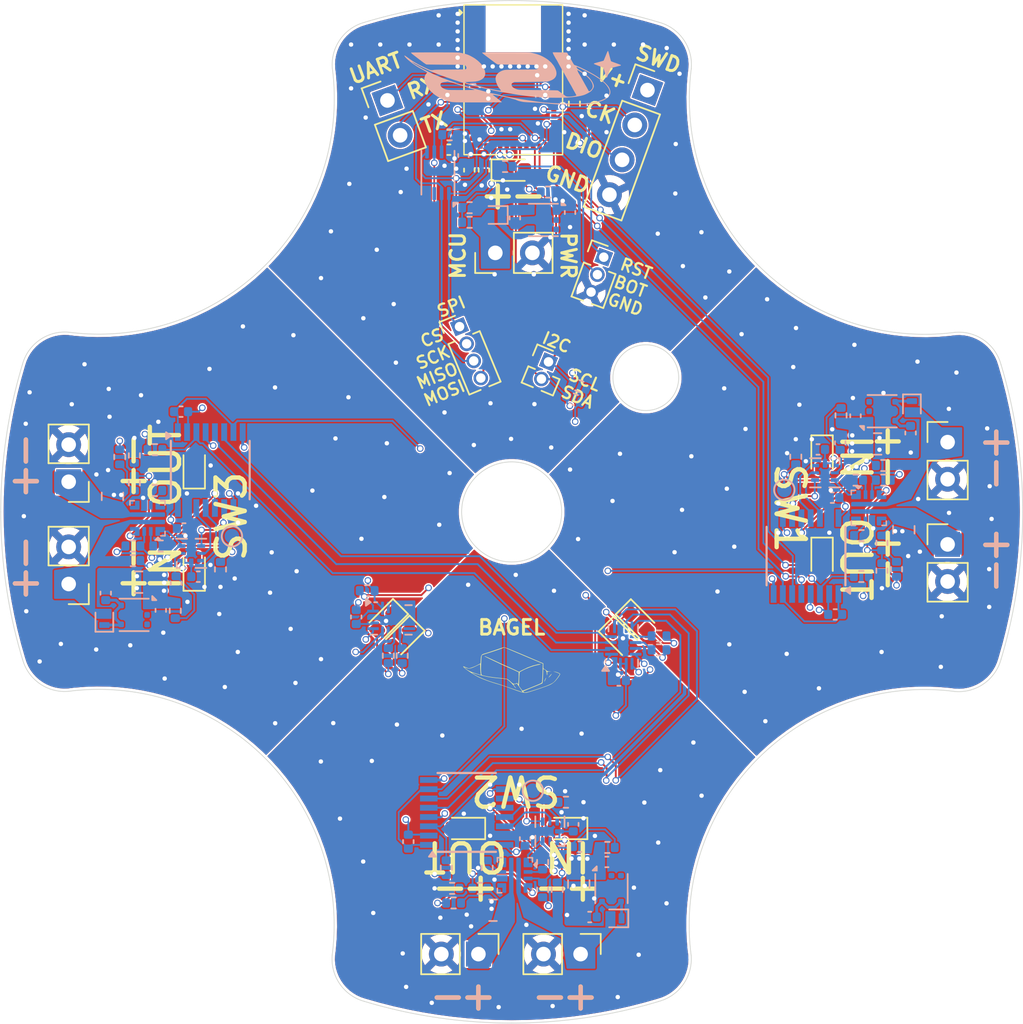
<source format=kicad_pcb>
(kicad_pcb (version 20241229) (generator "pcbnew") (generator_version "9.0")
  (title_block (title "BAGEL Switch MK1.1") (date "2026-01-23") (rev "Butter") (company "Illinois Space Society") (comment 4 "Contributors: Thomas McManamen, Chethan Karandikar"))
  (layers (0 "F.Cu" signal) (4 "In1.Cu" signal) (6 "In2.Cu" signal) (2 "B.Cu" signal) (13 "F.Paste" user) (15 "B.Paste" user) (5 "F.SilkS" user "F.Silkscreen") (7 "B.SilkS" user "B.Silkscreen") (1 "F.Mask" user) (3 "B.Mask" user) (25 "Edge.Cuts" user))
  (net 0 "")
  (net 1 "MCU_V")
  (net 2 "MCU_GND")
  (net 3 "Net-(D101-K)")
  (net 4 "Net-(D201-K)")
  (net 5 "/Switch 1/~{CLR}")
  (net 6 "Net-(D301-K)")
  (net 7 "/Switch 2/~{CLR}")
  (net 8 "Net-(D401-K)")
  (net 9 "/Switch 3/~{CLR}")
  (net 14 "/CoinCell_V")
  (net 15 "Net-(D102-A)")
  (net 16 "Net-(D103-A)")
  (net 17 "Net-(D202-A)")
  (net 18 "Net-(D203-A)")
  (net 19 "Net-(D302-A)")
  (net 20 "Net-(D303-A)")
  (net 21 "Net-(D402-A)")
  (net 22 "Net-(D403-A)")
  (net 23 "/BOOT")
  (net 24 "/NRST")
  (net 25 "/SWCLK")
  (net 26 "/SWDIO")
  (net 27 "/UART_RX")
  (net 28 "/UART_TX")
  (net 29 "/I2C_SCL")
  (net 30 "/I2C_SDA")
  (net 31 "/SPI_MOSI")
  (net 32 "/SPI_MISO")
  (net 33 "/FLASH_CS")
  (net 34 "/SPI_SCK")
  (net 35 "/EXP_RESET")
  (net 36 "Net-(D104-A)")
  (net 37 "/GPIO_Clock")
  (net 38 "/Switch_1")
  (net 39 "Net-(U204-ILM)")
  (net 40 "Net-(U204-OVLO{slash}OVCSEL)")
  (net 41 "Net-(U204-PGTH{slash}NFLT)")
  (net 42 "/Switch_2")
  (net 43 "Net-(U304-ILM)")
  (net 44 "Net-(U304-OVLO{slash}OVCSEL)")
  (net 45 "Net-(U304-PGTH{slash}NFLT)")
  (net 46 "/Switch_3")
  (net 47 "Net-(U404-ILM)")
  (net 48 "Net-(U404-OVLO{slash}OVCSEL)")
  (net 49 "Net-(U404-PGTH{slash}NFLT)")
  (net 50 "/Switch_4")
  (net 51 "/Switch_5")
  (net 52 "/Switch_6")
  (net 53 "/FLASH_RESET")
  (net 57 "/PG_ISO_1")
  (net 58 "Net-(U102-ANT_IN)")
  (net 59 "/~{Q}_ISO_1")
  (net 61 "/PG_ISO_2")
  (net 62 "Net-(D105-A)")
  (net 63 "/PG_ISO_3")
  (net 65 "/~{Q}_ISO_3")
  (net 66 "/~{Q}_ISO_2")
  (net 67 "Net-(D106-A)")
  (net 69 "/RED_LED")
  (net 70 "Net-(U201-OUTA)")
  (net 71 "Net-(U201-OUTB)")
  (net 74 "Net-(U301-OUTA)")
  (net 75 "Net-(U301-OUTB)")
  (net 78 "Net-(U401-OUTA)")
  (net 79 "Net-(U401-OUTB)")
  (net 82 "/Switch 1/Reg_V")
  (net 83 "/Switch 1/SubBatt_GND")
  (net 84 "/Switch 2/Reg_V")
  (net 85 "/Switch 2/SubBatt_GND")
  (net 86 "/Switch 3/SubBatt_GND")
  (net 87 "/Switch 3/Reg_V")
  (net 88 "/Switch 1/SubBatt_V")
  (net 89 "/Switch 2/SubBatt_V")
  (net 90 "/Switch 3/SubBatt_V")
  (net 91 "/Switch 1/Q")
  (net 92 "/Switch 2/Q")
  (net 93 "/Switch 3/Q")
  (net 94 "/Switch 1/PG")
  (net 95 "/Switch 2/PG")
  (net 96 "/Switch 3/PG")
  (net 97 "/Switch 1/~{Q}")
  (net 98 "/Switch 2/~{Q}")
  (net 99 "/Switch 3/~{Q}")
  (net 100 "/ORANGE_LED")
  (net 101 "/GREEN_LED")
  (net 102 "/BLUE_LED")
  (net 103 "/V_SENSE")
  (net 104 "Net-(J403-Pin_1)")
  (net 105 "Net-(J303-Pin_1)")
  (net 106 "Net-(J203-Pin_1)")
  (footprint "Connector_PinHeader_2.54mm:PinHeader_1x02_P2.54mm_Vertical" (layer "F.Cu") (at 119.654 97.935999 180)
    (property "Reference" "J403" (hide yes))
    (property "Value" "Conn_01x02")
  )
  (footprint "MCU_STM32:LGA77_6P5X10_STM" (layer "F.Cu") (at 150.112499 70.4125)
    (property "Reference" "U102" (hide yes))
    (property "Value" "STM32WB1MMC")
  )
  (footprint "LED_SMD:LED_0603_1608Metric" (layer "F.Cu") (at 158.695638 107.546431 -45)
    (property "Reference" "D103" (hide yes))
    (property "Value" "RED")
  )
  (footprint "Connector_PinHeader_2.54mm:PinHeader_1x02_P2.54mm_Vertical" (layer "F.Cu") (at 179.864 102.223)
    (property "Reference" "J203" (hide yes))
    (property "Value" "Conn_01x02")
  )
  (footprint "Connector_PinHeader_2.54mm:PinHeader_1x02_P2.54mm_Vertical" (layer "F.Cu") (at 119.654 104.936 180)
    (property "Reference" "J401" (hide yes))
    (property "Value" "Conn_01x02")
  )
  (footprint "Connector_PinHeader_1.27mm:PinHeader_1x04_P1.27mm_Vertical" (layer "F.Cu") (at 146.428977 87.31502 22.5)
    (property "Reference" "J106" (hide yes))
    (property "Value" "Conn_01x04")
  )
  (footprint "LED_SMD:LED_0603_1608Metric" (layer "F.Cu") (at 128.254606 103.916 90)
    (property "Reference" "D402" (hide yes))
    (property "Value" "RED")
  )
  (footprint "Connector_PinHeader_2.54mm:PinHeader_1x02_P2.54mm_Vertical" (layer "F.Cu") (at 179.864 95.222999)
    (property "Reference" "J201" (hide yes))
    (property "Value" "Conn_01x02")
  )
  (footprint "Connector_PinHeader_1.27mm:PinHeader_1x03_P1.27mm_Vertical" (layer "F.Cu") (at 156.308701 82.559163 -20)
    (property "Reference" "J101" (hide yes))
    (property "Value" "Conn_01x03")
  )
  (footprint "Capacitor_SMD:C_0402_1005Metric" (layer "F.Cu") (at 145.7 74.2 180)
    (property "Reference" "C103" (hide yes))
    (property "Value" "100nF")
  )
  (footprint "Capacitor_SMD:C_0402_1005Metric" (layer "F.Cu") (at 147.1 76.6 -90)
    (property "Reference" "C101" (hide yes))
    (property "Value" "100nF")
  )
  (footprint "Connector_PinHeader_2.54mm:PinHeader_1x04_P2.54mm_Vertical" (layer "F.Cu") (at 159.303097 71.119771 -20)
    (property "Reference" "J102" (hide yes))
    (property "Value" "Conn_01x04")
  )
  (footprint "LED_SMD:LED_0603_1608Metric" (layer "F.Cu") (at 142.47467 108.672321 -135)
    (property "Reference" "D105" (hide yes))
    (property "Value" "GREEN")
  )
  (footprint "Connector_PinHeader_2.54mm:PinHeader_1x02_P2.54mm_Vertical" (layer "F.Cu") (at 141.491747 71.826211 20)
    (property "Reference" "J104" (hide yes))
    (property "Value" "Conn_01x02")
  )
  (footprint "LED_SMD:LED_0603_1608Metric" (layer "F.Cu") (at 146.701999 121.675394 180)
    (property "Reference" "D303" (hide yes))
    (property "Value" "GREEN")
  )
  (footprint "Connector_PinHeader_2.54mm:PinHeader_1x02_P2.54mm_Vertical" (layer "F.Cu") (at 148.881 82.263 90)
    (property "Reference" "J103" (hide yes))
    (property "Value" "Conn_01x02")
  )
  (footprint "Capacitor_SMD:C_0402_1005Metric" (layer "F.Cu") (at 148.1 76.6 -90)
    (property "Reference" "C105" (hide yes))
    (property "Value" "100nF")
  )
  (footprint "LED_SMD:LED_0603_1608Metric" (layer "F.Cu") (at 153.702 121.675394 180)
    (property "Reference" "D302" (hide yes))
    (property "Value" "RED")
  )
  (footprint "LED_SMD:LED_0603_1608Metric" (layer "F.Cu") (at 171.263394 96.242999 -90)
    (property "Reference" "D202" (hide yes))
    (property "Value" "RED")
  )
  (footprint "LED_SMD:LED_0603_1608Metric" (layer "F.Cu") (at 157.527036 108.715035 -45)
    (property "Reference" "D104" (hide yes))
    (property "Value" "ORANGE")
  )
  (footprint "Connector_PinHeader_2.54mm:PinHeader_1x02_P2.54mm_Vertical" (layer "F.Cu") (at 154.722 130.276 -90)
    (property "Reference" "J301" (hide yes))
    (property "Value" "Conn_01x02")
  )
  (footprint "LED_SMD:LED_0603_1608Metric" (layer "F.Cu") (at 141.339582 107.52708 -135)
    (property "Reference" "D106" (hide yes))
    (property "Value" "BLUE")
  )
  (footprint "Connector_PinHeader_1.27mm:PinHeader_1x02_P1.27mm_Vertical" (layer "F.Cu") (at 152.524005 89.725336 -22.5)
    (property "Reference" "J105" (hide yes))
    (property "Value" "Conn_01x02")
  )
  (footprint "Resistor_SMD:R_0402_1005Metric" (layer "F.Cu") (at 154.3 72.05 90)
    (property "Reference" "R113" (hide yes))
    (property "Value" "10k")
  )
  (footprint "Connector_PinHeader_2.54mm:PinHeader_1x02_P2.54mm_Vertical" (layer "F.Cu") (at 147.721999 130.276 -90)
    (property "Reference" "J303" (hide yes))
    (property "Value" "Conn_01x02")
  )
  (footprint "Capacitor_SMD:C_0402_1005Metric" (layer "F.Cu") (at 145.7 75.2 180)
    (property "Reference" "C102" (hide yes))
    (property "Value" "4.7uF")
  )
  (footprint "LED_SMD:LED_0603_1608Metric" (layer "F.Cu") (at 150.1 76.6)
    (property "Reference" "D102" (hide yes))
    (property "Value" "RED")
  )
  (footprint "LED_SMD:LED_0603_1608Metric" (layer "F.Cu") (at 171.263394 103.243 -90)
    (property "Reference" "D203" (hide yes))
    (property "Value" "GREEN")
  )
  (footprint "memes:butter" (layer "F.Cu") (at 150 111)
    (property "Reference" "G***" (hide yes))
    (property "Value" "LOGO" (hide yes))
  )
  (footprint "LED_SMD:LED_0603_1608Metric" (layer "F.Cu") (at 128.254606 96.915999 90)
    (property "Reference" "D403" (hide yes))
    (property "Value" "GREEN")
  )
  (footprint "Capacitor_SMD:C_0402_1005Metric" (layer "B.Cu") (at 170.984001 95.722999 180)
    (property "Reference" "C203" (hide yes))
    (property "Value" "100nF")
  )
  (footprint "Resistor_SMD:R_0402_1005Metric" (layer "B.Cu") (at 152.121999 123.976 90)
    (property "Reference" "R307" (hide yes))
    (property "Value" "390k")
  )
  (footprint "Resistor_SMD:R_0402_1005Metric" (layer "B.Cu") (at 125.954 102.335999)
    (property "Reference" "R407" (hide yes))
    (property "Value" "390k")
  )
  (footprint "Package_SON:Winbond_USON-8-1EP_3x2mm_P0.5mm_EP0.2x1.6mm" (layer "B.Cu") (at 144.95 76.775 90)
    (property "Reference" "U101" (hide yes))
    (property "Value" "W25Q16JLUX")
  )
  (footprint "Capacitor_SMD:C_0402_1005Metric" (layer "B.Cu") (at 154.222 121.396001 90)
    (property "Reference" "C301" (hide yes))
    (property "Value" "100nF")
  )
  (footprint "Resistor_SMD:R_0402_1005Metric" (layer "B.Cu") (at 130.054 103.936 90)
    (property "Reference" "R402" (hide yes))
    (property "Value" "10k")
  )
  (footprint "Capacitor_SMD:C_0402_1005Metric" (layer "B.Cu") (at 150.22 79.87 -90)
    (property "Reference" "C106" (hide yes))
    (property "Value" "1uF")
  )
  (footprint "Package_SON:WSON-6-1EP_2x2mm_P0.65mm_EP1x1.6mm" (layer "B.Cu") (at 175.379 93.106999)
    (property "Reference" "U203" (hide yes))
    (property "Value" "TPS7A25")
  )
  (footprint "Capacitor_SMD:C_0402_1005Metric" (layer "B.Cu") (at 127.554 101.136)
    (property "Reference" "C403" (hide yes))
    (property "Value" "100nF")
  )
  (footprint "Capacitor_SMD:C_0805_2012Metric" (layer "B.Cu") (at 175.071 95.346999)
    (property "Reference" "C206" (hide yes))
    (property "Value" "100uF")
  )
  (footprint "Capacitor_SMD:C_0805_2012Metric" (layer "B.Cu") (at 124.447 104.812 180)
    (property "Reference" "C406" (hide yes))
    (property "Value" "100uF")
  )
  (footprint "Resistor_SMD:R_0402_1005Metric" (layer "B.Cu") (at 146.022 126.776001 180)
    (property "Reference" "R310" (hide yes))
    (property "Value" "1k")
  )
  (footprint "Resistor_SMD:R_0402_1005Metric" (layer "B.Cu") (at 156.553 122.975)
    (property "Reference" "R304" (hide yes))
    (property "Value" "10k")
  )
  (footprint "Resistor_SMD:R_0402_1005Metric" (layer "B.Cu") (at 169.464 96.222999 -90)
    (property "Reference" "R202" (hide yes))
    (property "Value" "10k")
  )
  (footprint "Capacitor_SMD:C_0402_1005Metric" (layer "B.Cu") (at 154 79.5 -90)
    (property "Reference" "C107" (hide yes))
    (property "Value" "2.2uF")
  )
  (footprint "Capacitor_SMD:C_0402_1005Metric" (layer "B.Cu") (at 156.523 123.966)
    (property "Reference" "C305" (hide yes))
    (property "Value" "2.2uF")
  )
  (footprint "Capacitor_SMD:C_0402_1005Metric" (layer "B.Cu") (at 127.354 93.136)
    (property "Reference" "C402" (hide yes))
    (property "Value" "100nF")
  )
  (footprint "Resistor_SMD:R_0402_1005Metric" (layer "B.Cu") (at 175.464 96.823 180)
    (property "Reference" "R203" (hide yes))
    (property "Value" "4.7k")
  )
  (footprint "Resistor_SMD:R_0402_1005Metric" (layer "B.Cu") (at 152.122 125.876 90)
    (property "Reference" "R305" (hide yes))
    (property "Value" "10k")
  )
  (footprint "Capacitor_SMD:C_0805_2012Metric" (layer "B.Cu") (at 154.598 125.483 -90)
    (property "Reference" "C306" (hide yes))
    (property "Value" "100uF")
  )
  (footprint "Resistor_SMD:R_0402_1005Metric" (layer "B.Cu") (at 145.522001 124.366 -90)
    (property "Reference" "R301" (hide yes))
    (property "Value" "10k")
  )
  (footprint "Resistor_SMD:R_0402_1005Metric" (layer "B.Cu") (at 154.250902 92.295014 -22.5)
    (property "Reference" "R109" (hide yes))
    (property "Value" "4.7k")
  )
  (footprint "Resistor_SMD:R_0402_1005Metric" (layer "B.Cu") (at 125.564 95.736001 180)
    (property "Reference" "R401" (hide yes))
    (property "Value" "10k")
  )
  (footprint "Resistor_SMD:R_0402_1005Metric" (layer "B.Cu") (at 172.563 93.391999 90)
    (property "Reference" "R204" (hide yes))
    (property "Value" "10k")
  )
  (footprint "Resistor_SMD:R_0402_1005Metric" (layer "B.Cu") (at 141.551 109.845 -90)
    (property "Reference" "R108" (hide yes))
    (property "Value" "4.7k")
  )
  (footprint "Package_SON:WSON-6-1EP_2x2mm_P0.65mm_EP1x1.6mm" (layer "B.Cu") (at 152.171 80.0115 180)
    (property "Reference" "U103" (hide yes))
    (property "Value" "TPS7A25")
  )
  (footprint "Diode_SMD:D_SOD-882" (layer "B.Cu") (at 157.18 127.83 180)
    (property "Reference" "D301" (hide yes))
    (property "Value" "SDM05U40CSP-7")
  )
  (footprint "Diode_SMD:D_SOD-882" (layer "B.Cu") (at 177.418 92.764999 -90)
    (property "Reference" "D201" (hide yes))
    (property "Value" "SDM05U40CSP-7")
  )
  (footprint "Resistor_SMD:R_0402_1005Metric" (layer "B.Cu") (at 147.12 80.17)
    (property "Reference" "R110" (hide yes))
    (property "Value" "100k")
  )
  (footprint "Package_UQFN:UQFN-RSE0008A" (layer "B.Cu") (at 128.054001 102.836)
    (property "Reference" "U402" (hide yes))
    (property "Value" "SN74AUP1G74RSER")
  )
  (footprint "Package_SON:WSON-6-1EP_2x2mm_P0.65mm_EP1x1.6mm" (layer "B.Cu") (at 124.139 107.052 180)
    (property "Reference" "U403" (hide yes))
    (property "Value" "TPS7A25")
  )
  (footprint "Resistor_SMD:R_0402_1005Metric" (layer "B.Cu") (at 148.321999 124.376001 90)
    (property "Reference" "R306" (hide yes))
    (property "Value" "680")
  )
  (footprint "Package_VQFN:VQFN-HR-RPW0010A" (layer "B.Cu") (at 150.221999 124.876 180)
    (property "Reference" "U304" (hide yes))
    (property "Value" "TPS25947")
  )
  (footprint "Resistor_SMD:R_0402_1005Metric" (layer "B.Cu") (at 153.722 119.876 180)
    (property "Reference" "R302" (hide yes))
    (property "Value" "10k")
  )
  (footprint "Resistor_SMD:R_0402_1005Metric" (layer "B.Cu") (at 176.364001 103.922999 -90)
    (property "Reference" "R210" (hide yes))
    (property "Value" "1k")
  )
  (footprint "Capacitor_SMD:C_0402_1005Metric" (layer "B.Cu") (at 122.191 105.561 90)
    (property "Reference" "C404" (hide yes))
    (property "Value" "1uF")
  )
  (footprint "Capacitor_SMD:C_0402_1005Metric" (layer "B.Cu") (at 157.346376 111.545471 180)
    (property "Reference" "C108" (hide yes))
    (property "Value" "100nF")
  )
  (footprint "Capacitor_SMD:C_0402_1005Metric" (layer "B.Cu") (at 150.922 122.376 90)
    (property "Reference" "C303" (hide yes))
    (property "Value" "100nF")
  )
  (footprint "Resistor_SMD:R_0402_1005Metric" (layer "B.Cu") (at 145.922001 125.776001 180)
    (property "Reference" "R309" (hide yes))
    (property "Value" "500k")
  )
  (footprint "Capacitor_SMD:C_0402_1005Metric" (layer "B.Cu") (at 172.164 107.022999 180)
    (property "Reference" "C202" (hide yes))
    (property "Value" "100nF")
  )
  (footprint "Diode_SMD:D_SOD-882" (layer "B.Cu") (at 148.92 79.67 180)
    (property "Reference" "D101" (hide yes))
    (property "Value" "SDM05U40CSP-7")
  )
  (footprint "Resistor_SMD:R_0402_1005Metric" (layer "B.Cu") (at 154.63572 91.381892 -22.5)
    (property "Reference" "R112" (hide yes))
    (property "Value" "4.7k")
  )
  (footprint "Package_VQFN:VQFN-HR-RPW0010A" (layer "B.Cu") (at 174.464 99.723 -90)
    (property "Reference" "U204" (hide yes))
    (property "Value" "TPS25947")
  )
  (footprint "Resistor_SMD:R_0402_1005Metric" (layer "B.Cu") (at 147.12 79.17 180)
    (property "Reference" "R111" (hide yes))
    (property "Value" "100k")
  )
  (footprint "Resistor_SMD:R_0402_1005Metric" (layer "B.Cu") (at 160.096376 108.495471)
    (property "Reference" "R105" (hide yes))
    (property "Value" "4.7k")
  )
  (footprint "Resistor_SMD:R_0402_1005Metric" (layer "B.Cu") (at 145.75 74.175 180)
    (property "Reference" "R101" (hide yes))
    (property "Value" "10k")
  )
  (footprint "Package_DFN_QFN:UQFN-16_1.8x2.6mm_P0.4mm" (layer "B.Cu") (at 141.751 107.395 -90)
    (property "Reference" "U105" (hide yes))
    (property "Value" "TCAL9538")
  )
  (footprint "Package_UQFN:UQFN-RSE0008A" (layer "B.Cu") (at 152.622 121.875999 90)
    (property "Reference" "U302" (hide yes))
    (property "Value" "SN74AUP1G74RSER")
  )
  (footprint "Capacitor_SMD:C_0805_2012Metric" (layer "B.Cu") (at 148.722 127.276 180)
    (property "Reference" "C308" (hide yes))
    (property "Value" "22uF")
  )
  (footprint "Capacitor_SMD:C_0402_1005Metric" (layer "B.Cu") (at 155.347 127.739 180)
    (property "Reference" "C304" (hide yes))
    (property "Value" "1uF")
  )
  (footprint "Resistor_SMD:R_0402_1005Metric" (layer "B.Cu") (at 173.564 97.823 180)
    (property "Reference" "R207" (hide yes))
    (property "Value" "390k")
  )
  (footprint "Capacitor_SMD:C_0402_1005Metric" (layer "B.Cu") (at 139.351 107.195 90)
    (property "Reference" "C109" (hide yes))
    (property "Value" "100nF")
  )
  (footprint "Capacitor_SMD:C_0402_1005Metric" (layer "B.Cu") (at 127.011 104.885 90)
    (property "Reference" "C407" (hide yes))
    (property "Value" "100nF")
  )
  (footprint "Capacitor_SMD:C_0805_2012Metric" (layer "B.Cu") (at 122.654 98.936 90)
    (property "Reference" "C408" (hide yes))
    (property "Value" "22uF")
  )
  (footprint "Package_UQFN:UQFN-RSE0008A" (layer "B.Cu") (at 171.463999 97.322999 180)
    (property "Reference" "U202" (hide yes))
    (property "Value" "SN74AUP1G74RSER")
  )
  (footprint "Capacitor_SMD:C_0402_1005Metric" (layer "B.Cu") (at 154.671 122.919 180)
    (property "Reference" "C307" (hide yes))
    (property "Value" "100nF")
  )
  (footprint "TestPoint:TestPoint_Pad_D1.0mm" (layer "B.Cu") (at 168.68 98.491999)
    (property "Reference" "J202" (hide yes))
    (property "Value" "Conn_01x01")
  )
  (footprint "Package_SON:WSON-6-1EP_2x2mm_P0.65mm_EP1x1.6mm" (layer "B.Cu") (at 156.838 125.791 -90)
    (property "Reference" "U303" (hide yes))
    (property "Value" "TPS7A25")
  )
  (footprint "Package_DFN_QFN:UQFN-16_1.8x2.6mm_P0.4mm" (layer "B.Cu") (at 157.646376 109.145471)
    (property "Reference" "U104" (hide yes))
    (property "Value" "TCAL9538")
  )
  (footprint "Resistor_SMD:R_0402_1005Metric" (layer "B.Cu") (at 124.153999 96.136001 90)
    (property "Reference" "R409" (hide yes))
    (property "Value" "500k")
  )
  (footprint "Capacitor_SMD:C_0402_1005Metric" (layer "B.Cu") (at 142.922 122.576 90)
    (property "Reference" "C302" (hide yes))
    (property "Value" "100nF")
  )
  (footprint "Package_SO:SSOP-16_3.9x4.9mm_P0.635mm" (layer "B.Cu") (at 170.163999 103.023 90)
    (property "Reference" "U201" (hide yes))
    (property "Value" "ISO7742")
  )
  (footprint "Resistor_SMD:R_0402_1005Metric" (layer "B.Cu") (at 175.364 102.122999 -90)
    (property "Reference" "R208" (hide yes))
    (property "Value" "300k")
  )
  (footprint "Resistor_SMD:R_0402_1005Metric" (layer "B.Cu") (at 123.153999 96.236 90)
    (property "Reference" "R410" (hide yes))
    (property "Value" "1k")
  )
  (footprint "Capacitor_SMD:C_0402_1005Metric" (layer "B.Cu") (at 146.7 75.6 -90)
    (property "Reference" "C104" (hide yes))
    (property "Value" "100nF")
  )
  (footprint "Resistor_SMD:R_0402_1005Metric" (layer "B.Cu") (at 124.154 98.036 90)
    (property "Reference" "R408" (hide yes))
    (property "Value" "300k")
  )
  (footprint "Capacitor_SMD:C_0402_1005Metric" (layer "B.Cu") (at 125.964 106.737 -90)
    (property "Reference" "C401" (hide yes))
    (property "Value" "100nF")
  )
  (footprint "Logos_ISS:ISS_LOGOV2_tiny" (layer "B.Cu") (at 150.1 70.3 180)
    (property "Reference" "G***" (hide yes))
    (property "Value" "LOGO" (hide yes))
  )
  (footprint "Resistor_SMD:R_0402_1005Metric" (layer "B.Cu") (at 126.955 106.767 -90)
    (property "Reference" "R404" (hide yes))
    (property "Value" "10k")
  )
  (footprint "Resistor_SMD:R_0402_1005Metric" (layer "B.Cu") (at 124.054 103.335999)
    (property "Reference" "R403" (hide yes))
    (property "Value" "4.7k")
  )
  (footprint "Capacitor_SMD:C_0402_1005Metric" (layer "B.Cu") (at 171.964 99.022999 180)
    (property "Reference" "C201" (hide yes))
    (property "Value" "100nF")
  )
  (footprint "Resistor_SMD:R_0402_1005Metric" (layer "B.Cu") (at 152.5 78.1)
    (property "Reference" "R104" (hide yes))
    (property "Value" "4.7k")
  )
  (footprint "Resistor_SMD:R_0402_1005Metric" (layer "B.Cu") (at 124.054 102.336)
    (property "Reference" "R405" (hide yes))
    (property "Value" "10k")
  )
  (footprint "Capacitor_SMD:C_0402_1005Metric" (layer "B.Cu") (at 128.533999 104.436)
    (property "Reference" "C405" (hide yes))
    (property "Value" "2.2uF")
  )
  (footprint "Diode_SMD:D_SOD-882" (layer "B.Cu") (at 122.1 107.394 90)
    (property "Reference" "D401" (hide yes))
    (property "Value" "SDM05U40CSP-7")
  )
  (footprint "Capacitor_SMD:C_0402_1005Metric" (layer "B.Cu") (at 177.327 94.597999 -90)
    (property "Reference" "C204" (hide yes))
    (property "Value" "1uF")
  )
  (footprint "Package_VQFN:VQFN-HR-RPW0010A" (layer "B.Cu") (at 125.054 100.435999 90)
    (property "Reference" "U404" (hide yes))
    (property "Value" "TPS25947")
  )
  (footprint "Resistor_SMD:R_0402_1005Metric" (layer "B.Cu") (at 142.501 109.845 -90)
    (property "Reference" "R107" (hide yes))
    (property "Value" "4.7k")
  )
  (footprint "Capacitor_SMD:C_0402_1005Metric" (layer "B.Cu") (at 173.554 93.421999 90)
    (property "Reference" "C205" (hide yes))
    (property "Value" "2.2uF")
  )
  (footprint "TestPoint:TestPoint_Pad_D1.0mm" (layer "B.Cu") (at 130.838 101.667 180)
    (property "Reference" "J402" (hide yes))
    (property "Value" "Conn_01x01")
  )
  (footprint "Resistor_SMD:R_0402_1005Metric" (layer "B.Cu") (at 125.553999 98.535999)
    (property "Reference" "R406" (hide yes))
    (property "Value" "680")
  )
  (footprint "Capacitor_SMD:C_0402_1005Metric" (layer "B.Cu") (at 172.507 95.273999 -90)
    (property "Reference" "C207" (hide yes))
    (property "Value" "100nF")
  )
  (footprint "Resistor_SMD:R_0402_1005Metric" (layer "B.Cu") (at 153.121999 125.876 90)
    (property "Reference" "R303" (hide yes))
    (property "Value" "4.7k")
  )
  (footprint "Resistor_SMD:R_0402_1005Metric" (layer "B.Cu") (at 175.364001 104.022998 -90)
    (property "Reference" "R209" (hide yes))
    (property "Value" "500k")
  )
  (footprint "Resistor_SMD:R_0402_1005Metric" (layer "B.Cu") (at 149.55 76.35)
    (property "Reference" "R102" (hide yes))
    (property "Value" "10k")
  )
  (footprint "Package_SO:SSOP-16_3.9x4.9mm_P0.635mm" (layer "B.Cu") (at 129.354001 97.135999 -90)
    (property "Reference" "U401" (hide yes))
    (property "Value" "ISO7742")
  )
  (footprint "Capacitor_SMD:C_0805_2012Metric" (layer "B.Cu") (at 176.864 101.222999 -90)
    (property "Reference" "C208" (hide yes))
    (property "Value" "22uF")
  )
  (footprint "Resistor_SMD:R_0402_1005Metric" (layer "B.Cu") (at 173.964001 101.623 180)
    (property "Reference" "R206" (hide yes))
    (property "Value" "680")
  )
  (footprint "TestPoint:TestPoint_Pad_D1.0mm" (layer "B.Cu") (at 151.453 119.092 -90)
    (property "Reference" "J302" (hide yes))
    (property "Value" "Conn_01x01")
  )
  (footprint "Resistor_SMD:R_0402_1005Metric" (layer "B.Cu") (at 160.096376 109.445471)
    (property "Reference" "R106" (hide yes))
    (property "Value" "4.7k")
  )
  (footprint "Resistor_SMD:R_0402_1005Metric" (layer "B.Cu") (at 147.822 125.776 180)
    (property "Reference" "R308" (hide yes))
    (property "Value" "300k")
  )
  (footprint "Resistor_SMD:R_0402_1005Metric" (layer "B.Cu") (at 173.954 104.422998)
    (property "Reference" "R201" (hide yes))
    (property "Value" "10k")
  )
  (footprint "Package_SO:SSOP-16_3.9x4.9mm_P0.635mm" (layer "B.Cu") (at 146.921999 120.575999)
    (property "Reference" "U301" (hide yes))
    (property "Value" "ISO7742")
  )
  (footprint "Resistor_SMD:R_0402_1005Metric" (layer "B.Cu") (at 175.464 97.822999 180)
    (property "Reference" "R205" (hide yes))
    (property "Value" "10k")
  )
  (footprint "Resistor_SMD:R_0402_1005Metric" (layer "B.Cu") (at 140.101 105.395 180)
    (property "Reference" "R103" (hide yes))
    (property "Value" "10k")
  )
  (gr_line (start 116.724148 105.646366) (end 116.724149 104.146367) (stroke (width 0.3)) (layer "F.SilkS"))
  (gr_line (start 147.875999 125.048) (end 147.875998 126.548) (stroke (width 0.3)) (layer "F.SilkS"))
  (gr_line (start 124.1025 105.637333) (end 124.102501 104.137334) (stroke (width 0.3)) (layer "F.SilkS"))
  (gr_line (start 146.372617 133.249372) (end 144.872617 133.249372) (stroke (width 0.3)) (layer "F.SilkS"))
  (gr_line (start 116.724148 96.546364) (end 116.724148 95.046365) (stroke (width 0.3)) (layer "F.SilkS"))
  (gr_line (start 148.472617 133.249372) (end 146.972616 133.249372) (stroke (width 0.3)) (layer "F.SilkS"))
  (gr_line (start 147.722617 132.499372) (end 147.722616 133.999372) (stroke (width 0.3)) (layer "F.SilkS"))
  (gr_line (start 117.474147 104.896366) (end 115.974148 104.896365) (stroke (width 0.3)) (layer "F.SilkS"))
  (gr_line (start 148.299998 78.400001) (end 149.799997 78.400001) (stroke (width 0.3)) (layer "F.SilkS"))
  (gr_line (start 124.8525 104.887333) (end 123.352501 104.887333) (stroke (width 0.3)) (layer "F.SilkS"))
  (gr_line (start 154.722617 132.499372) (end 154.722618 133.999372) (stroke (width 0.3)) (layer "F.SilkS"))
  (gr_line (start 182.452382 95.255181) (end 183.952383 95.255181) (stroke (width 0.3)) (layer "F.SilkS"))
  (gr_line (start 124.102501 96.537332) (end 124.102499 95.037332) (stroke (width 0.3)) (layer "F.SilkS"))
  (gr_line (start 116.724148 98.646366) (end 116.724148 97.146365) (stroke (width 0.3)) (layer "F.SilkS"))
  (gr_line (start 175.763394 103.523) (end 175.763394 105.023) (stroke (width 0.3)) (layer "F.SilkS"))
  (gr_line (start 175.763393 101.423) (end 175.763394 102.923) (stroke (width 0.3)) (layer "F.SilkS"))
  (gr_line (start 155.625999 125.798001) (end 154.126 125.798) (stroke (width 0.3)) (layer "F.SilkS"))
  (gr_line (start 154.875999 125.048) (end 154.876 126.548) (stroke (width 0.3)) (layer "F.SilkS"))
  (gr_line (start 149.049998 79.15) (end 149.049998 77.65) (stroke (width 0.3)) (layer "F.SilkS"))
  (gr_line (start 124.852499 97.887334) (end 123.3525 97.887333) (stroke (width 0.3)) (layer "F.SilkS"))
  (gr_line (start 183.202383 103.605182) (end 183.202383 105.105182) (stroke (width 0.3)) (layer "F.SilkS"))
  (gr_line (start 182.452383 102.255182) (end 183.952383 102.255182) (stroke (width 0.3)) (layer "F.SilkS"))
  (gr_line (start 150.4 78.4) (end 151.899997 78.4) (stroke (width 0.3)) (layer "F.SilkS"))
  (gr_line (start 153.526 125.798) (end 152.026 125.798001) (stroke (width 0.3)) (layer "F.SilkS"))
  (gr_line (start 175.013393 95.172999) (end 176.513394 95.172998) (stroke (width 0.3)) (layer "F.SilkS"))
  (gr_line (start 116.724148 103.546366) (end 116.724148 102.046367) (stroke (width 0.3)) (layer "F.SilkS"))
  (gr_line (start 155.472617 133.249372) (end 153.972618 133.249372) (stroke (width 0.3)) (layer "F.SilkS"))
  (gr_line (start 175.763394 96.522999) (end 175.763393 98.022998) (stroke (width 0.3)) (layer "F.SilkS"))
  (gr_line (start 175.763394 94.422999) (end 175.763394 95.922999) (stroke (width 0.3)) (layer "F.SilkS"))
  (gr_line (start 153.372617 133.249372) (end 151.872617 133.249372) (stroke (width 0.3)) (layer "F.SilkS"))
  (gr_line (start 148.625999 125.798) (end 147.125998 125.798) (stroke (width 0.3)) (layer "F.SilkS"))
  (gr_line (start 117.474147 97.896366) (end 115.974148 97.896366) (stroke (width 0.3)) (layer "F.SilkS"))
  (gr_line (start 183.202382 101.505182) (end 183.202383 103.005182) (stroke (width 0.3)) (layer "F.SilkS"))
  (gr_line (start 183.202383 94.505182) (end 183.202383 96.005181) (stroke (width 0.3)) (layer "F.SilkS"))
  (gr_line (start 175.013394 102.173) (end 176.513394 102.172999) (stroke (width 0.3)) (layer "F.SilkS"))
  (gr_line (start 183.202383 96.605181) (end 183.202382 98.105181) (stroke (width 0.3)) (layer "F.SilkS"))
  (gr_line (start 124.1025 103.537332) (end 124.1025 102.037334) (stroke (width 0.3)) (layer "F.SilkS"))
  (gr_line (start 146.525999 125.798001) (end 145.025999 125.798001) (stroke (width 0.3)) (layer "F.SilkS"))
  (gr_line (start 124.1025 98.637332) (end 124.1025 97.137332) (stroke (width 0.3)) (layer "F.SilkS"))
  (gr_line (start 183.202385 103.605181) (end 183.202383 105.10518) (stroke (width 0.3)) (layer "B.SilkS"))
  (gr_line (start 116.724 103.548999) (end 116.724 102.049) (stroke (width 0.3)) (layer "B.SilkS"))
  (gr_line (start 183.952384 95.25518) (end 182.452383 95.255179) (stroke (width 0.3)) (layer "B.SilkS"))
  (gr_line (start 116.723999 105.649) (end 116.723999 104.149001) (stroke (width 0.3)) (layer "B.SilkS"))
  (gr_line (start 148.473997 133.252001) (end 146.973998 133.252) (stroke (width 0.3)) (layer "B.SilkS"))
  (gr_line (start 115.974002 104.899) (end 117.473999 104.898999) (stroke (width 0.3)) (layer "B.SilkS"))
  (gr_line (start 154.724 134.002) (end 154.723999 132.502) (stroke (width 0.3)) (layer "B.SilkS"))
  (gr_line (start 183.202383 94.505181) (end 183.202384 96.005179) (stroke (width 0.3)) (layer "B.SilkS"))
  (gr_line (start 115.974001 97.899) (end 117.474 97.898998) (stroke (width 0.3)) (layer "B.SilkS"))
  (gr_line (start 147.723998 134.001999) (end 147.723998 132.501999) (stroke (width 0.3)) (layer "B.SilkS"))
  (gr_line (start 183.202384 101.505182) (end 183.202383 103.005182) (stroke (width 0.3)) (layer "B.SilkS"))
  (gr_line (start 153.373998 133.251999) (end 151.873999 133.252) (stroke (width 0.3)) (layer "B.SilkS"))
  (gr_line (start 146.373997 133.252) (end 144.873999 133.251998) (stroke (width 0.3)) (layer "B.SilkS"))
  (gr_line (start 155.473998 133.252) (end 153.973999 133.251999) (stroke (width 0.3)) (layer "B.SilkS"))
  (gr_line (start 183.202384 96.60518) (end 183.202383 98.10518) (stroke (width 0.3)) (layer "B.SilkS"))
  (gr_line (start 183.952383 102.255182) (end 182.452384 102.255181) (stroke (width 0.3)) (layer "B.SilkS"))
  (gr_line (start 116.724 96.548999) (end 116.724002 95.048998) (stroke (width 0.3)) (layer "B.SilkS"))
  (gr_line (start 116.723999 98.648999) (end 116.724001 97.148998) (stroke (width 0.3)) (layer "B.SilkS"))
  (gr_arc (start 183.527845 110.080322) (mid 182.344011 111.765389) (end 180.354154 112.295846) (stroke (width 0.05)) (layer "Edge.Cuts"))
  (gr_arc (start 139.924704 66.47615) (mid 144.914197 65.364278) (end 150.012433 64.991054) (stroke (width 0.05)) (layer "Edge.Cuts"))
  (gr_arc (start 139.921148 133.517427) (mid 138.236081 132.333593) (end 137.705624 130.343736) (stroke (width 0.05)) (layer "Edge.Cuts"))
  (gr_arc (start 180.36457 87.705624) (mid 166.894815 83.117071) (end 162.306262 69.647316) (stroke (width 0.05)) (layer "Edge.Cuts"))
  (gr_arc (start 162.295846 130.354154) (mid 161.766061 132.335446) (end 160.087182 133.513392) (stroke (width 0.05)) (layer "Edge.Cuts"))
  (gr_arc (start 150.012433 64.991054) (mid 155.105795 65.363826) (end 160.090736 66.473625) (stroke (width 0.05)) (layer "Edge.Cuts"))
  (gr_circle (center 159.192387 90.807613) (end 161.442387 90.807613) (stroke (width 0.05)) (fill no) (layer "Edge.Cuts"))
  (gr_arc (start 119.647316 112.285428) (mid 117.666024 111.755643) (end 116.488078 110.076764) (stroke (width 0.05)) (layer "Edge.Cuts"))
  (gr_arc (start 116.486567 110.076764) (mid 115.374695 105.087271) (end 115.001471 99.989035) (stroke (width 0.05)) (layer "Edge.Cuts"))
  (gr_arc (start 183.525319 89.914288) (mid 184.637191 94.903781) (end 185.010415 100.002017) (stroke (width 0.05)) (layer "Edge.Cuts"))
  (gr_arc (start 149.999453 134.999998) (mid 144.906091 134.627226) (end 139.92115 133.517427) (stroke (width 0.05)) (layer "Edge.Cuts"))
  (gr_arc (start 137.71604 69.636899) (mid 133.127487 83.106654) (end 119.657732 87.695207) (stroke (width 0.05)) (layer "Edge.Cuts"))
  (gr_arc (start 115.00147 99.989036) (mid 115.374242 94.895674) (end 116.484041 89.910733) (stroke (width 0.05)) (layer "Edge.Cuts"))
  (gr_arc (start 160.090738 66.473625) (mid 161.775805 67.657459) (end 162.306262 69.647316) (stroke (width 0.05)) (layer "Edge.Cuts"))
  (gr_arc (start 185.010416 100.002017) (mid 184.637644 105.095379) (end 183.527845 110.08032) (stroke (width 0.05)) (layer "Edge.Cuts"))
  (gr_arc (start 116.484041 89.910731) (mid 117.667875 88.225664) (end 119.657732 87.695207) (stroke (width 0.05)) (layer "Edge.Cuts"))
  (gr_arc (start 180.36457 87.705624) (mid 182.345862 88.235409) (end 183.523808 89.914288) (stroke (width 0.05)) (layer "Edge.Cuts"))
  (gr_arc (start 160.087182 133.514903) (mid 155.097689 134.626775) (end 149.999453 134.999999) (stroke (width 0.05)) (layer "Edge.Cuts"))
  (gr_arc (start 137.71604 69.636899) (mid 138.245825 67.655607) (end 139.924704 66.477661) (stroke (width 0.05)) (layer "Edge.Cuts"))
  (gr_arc (start 119.647316 112.285428) (mid 133.117071 116.873981) (end 137.705624 130.343736) (stroke (width 0.05)) (layer "Edge.Cuts"))
  (gr_circle (center 150 100) (end 153.425 100) (stroke (width 0.05)) (fill no) (layer "Edge.Cuts"))
  (gr_arc (start 162.295846 130.354154) (mid 166.884399 116.884399) (end 180.354154 112.295846) (stroke (width 0.05)) (layer "Edge.Cuts"))
  (gr_text "MISO" (at 146.329295 90.105585 22.5) (layer "F.SilkS") (effects (font (size 0.8 0.8) (thickness 0.15) (bold yes)) (justify right)))
  (gr_text "SDA" (at 155.635935 92.601198 337.5) (layer "F.SilkS") (effects (font (size 0.8 0.8) (thickness 0.15) (bold yes)) (justify right)))
  (gr_text "UART" (at 140.69183 69.628458 20) (layer "F.SilkS") (effects (font (size 1 1) (thickness 0.2) (bold yes))))
  (gr_text "SWD" (at 160.051278 68.999499 340) (layer "F.SilkS") (effects (font (size 1 1) (thickness 0.2) (bold yes))))
  (gr_text "SCK" (at 145.80402 88.948522 22.5) (layer "F.SilkS") (effects (font (size 0.8 0.8) (thickness 0.15) (bold yes)) (justify right)))
  (gr_text "BOT" (at 156.984366 84.15659 340) (layer "F.SilkS") (effects (font (size 0.8 0.8) (thickness 0.15) (bold yes)) (justify left)))
  (gr_text "SW2" (at 150.2895 119.098001 180) (layer "F.SilkS") (effects (font (size 2 2) (thickness 0.3))))
  (gr_text "OUT" (at 126.302501 96.837332 90) (layer "F.SilkS") (effects (font (size 2 2) (thickness 0.3))))
  (gr_text "RX" (at 142.807317 71.347382 20) (layer "F.SilkS") (effects (font (size 1 1) (thickness 0.2) (bold yes)) (justify left)))
  (gr_text "OUT" (at 146.825998 123.598 180) (layer "F.SilkS") (effects (font (size 2 2) (thickness 0.3))))
  (gr_text "RST" (at 157.418731 82.963181 340) (layer "F.SilkS") (effects (font (size 0.8 0.8) (thickness 0.15) (bold yes)) (justify left)))
  (gr_text "I2C" (at 152.895206 88.829175 337.5) (layer "F.SilkS") (effects (font (size 0.8 0.8) (thickness 0.15) (bold yes)) (justify bottom)))
  (gr_text "IN" (at 153.826 123.598 180) (layer "F.SilkS") (effects (font (size 2 2) (thickness 0.3))))
  (gr_text "MOSI" (at 146.82223 91.276041 22.5) (layer "F.SilkS") (effects (font (size 0.8 0.8) (thickness 0.15) (bold yes)) (justify right)))
  (gr_text "SW3" (at 130.8025 100.310833 90) (layer "F.SilkS") (effects (font (size 2 2) (thickness 0.3))))
  (gr_text "V+" (at 158.006322 70.647783 340) (layer "F.SilkS") (effects (font (size 1 1) (thickness 0.2) (bold yes)) (justify right)))
  (gr_text "CS" (at 145.357279 87.758931 22.5) (layer "F.SilkS") (effects (font (size 0.8 0.8) (thickness 0.15) (bold yes)) (justify right)))
  (gr_text "PWR" (at 153.3 82.45 270) (layer "F.SilkS") (effects (font (size 1 1) (thickness 0.2) (bold yes)) (justify bottom)))
  (gr_text "SW1" (at 169.063394 99.746146 270) (layer "F.SilkS") (effects (font (size 2 2) (thickness 0.3))))
  (gr_text "TX" (at 143.770017 73.7 20) (layer "F.SilkS") (effects (font (size 1 1) (thickness 0.2) (bold yes)) (justify left)))
  (gr_text "OUT" (at 173.563394 103.223 270) (layer "F.SilkS") (effects (font (size 2 2) (thickness 0.3))))
  (gr_text "DIO" (at 156.268859 75.421421 340) (layer "F.SilkS") (effects (font (size 1 1) (thickness 0.2) (bold yes)) (justify right)))
  (gr_text "IN" (at 173.563394 96.246145 270) (layer "F.SilkS") (effects (font (size 2 2) (thickness 0.3))))
  (gr_text "GND" (at 155.380196 77.800986 340) (layer "F.SilkS") (effects (font (size 1 1) (thickness 0.2) (bold yes)) (justify right)))
  (gr_text "CK" (at 157.117658 73.027348 340) (layer "F.SilkS") (effects (font (size 1 1) (thickness 0.2) (bold yes)) (justify right)))
  (gr_text "MCU" (at 146.9 82.45 90) (layer "F.SilkS") (effects (font (size 1 1) (thickness 0.2) (bold yes)) (justify bottom)))
  (gr_text "SPI" (at 146.043899 86.391891 22.5) (layer "F.SilkS") (effects (font (size 0.8 0.8) (thickness 0.15) (bold yes)) (justify bottom)))
  (gr_text "BAGEL" (at 150 108.5 0) (layer "F.SilkS") (effects (font (size 1 1) (thickness 0.2) (bold yes)) (justify bottom)))
  (gr_text "IN" (at 126.3025 103.837332 90) (layer "F.SilkS") (effects (font (size 2 2) (thickness 0.3))))
  (gr_text "GND" (at 156.55 85.35 340) (layer "F.SilkS") (effects (font (size 0.8 0.8) (thickness 0.15) (bold yes)) (justify left)))
  (gr_text "SCL" (at 156.121946 91.427871 337.5) (layer "F.SilkS") (effects (font (size 0.8 0.8) (thickness 0.15) (bold yes)) (justify right)))
  (segment (start 155.72 110.54026) (end 155.72441 110.53585) (width 0.127) (layer "F.Cu") (net 1))
  (segment (start 155.72 112.3825) (end 155.72 110.54026) (width 0.127) (layer "F.Cu") (net 1))
  (segment (start 155.074 105.702) (end 155.074 105.665) (width 0.127) (layer "F.Cu") (net 1))
  (segment (start 157.137 113.7995) (end 155.72 112.3825) (width 0.127) (layer "F.Cu") (net 1))
  (segment (start 157.137 113.934) (end 157.137 113.7995) (width 0.127) (layer "F.Cu") (net 1))
  (segment (start 144.307 105.201) (end 143.813 105.695) (width 0.127) (layer "F.Cu") (net 1))
  (segment (start 155.72441 106.35241) (end 155.074 105.702) (width 0.127) (layer "F.Cu") (net 1))
  (segment (start 155.72441 110.53585) (end 155.72441 106.35241) (width 0.127) (layer "F.Cu") (net 1))
  (segment (start 140.001 105.695) (end 139.901 105.795) (width 0.127) (layer "F.Cu") (net 1))
  (segment (start 143.813 105.695) (end 140.001 105.695) (width 0.127) (layer "F.Cu") (net 1))
  (via (at 147.2 75.5) (size 0.45) (drill 0.3) (layers "F.Cu" "B.Cu") (net 1))
  (via (at 153 78.6) (size 0.45) (drill 0.3) (layers "F.Cu" "B.Cu") (net 1))
  (via (at 144.307 105.201) (size 0.45) (drill 0.3) (layers "F.Cu" "B.Cu") (net 1))
  (via (at 148.1 75.5) (size 0.45) (drill 0.3) (layers "F.Cu" "B.Cu") (net 1))
  (via (at 153.5 78.7) (size 0.45) (drill 0.3) (layers "F.Cu" "B.Cu") (net 1))
  (via (at 149.5 107.3) (size 0.45) (drill 0.3) (layers "F.Cu" "B.Cu") (net 1))
  (via (at 154.352 93.819) (size 0.45) (drill 0.3) (layers "F.Cu" "B.Cu") (net 1))
  (via (at 146.086005 75.794778) (size 0.45) (drill 0.3) (layers "F.Cu" "B.Cu") (net 1))
  (via (at 143.735 95.663) (size 0.45) (drill 0.3) (layers "F.Cu" "B.Cu") (net 1))
  (via (at 139.901 105.795) (size 0.45) (drill 0.3) (layers "F.Cu" "B.Cu") (net 1))
  (via (at 157.137 113.934) (size 0.45) (drill 0.3) (layers "F.Cu" "B.Cu") (net 1))
  (via (at 146.8 74.1) (size 0.45) (drill 0.3) (layers "F.Cu" "B.Cu") (net 1))
  (via (at 156.587 104.036) (size 0.45) (drill 0.3) (layers "F.Cu" "B.Cu") (net 1))
  (via (at 155.074 105.702) (size 0.45) (drill 0.3) (layers "F.Cu" "B.Cu") (net 1))
  (via (at 146.8 74.6) (size 0.45) (drill 0.3) (layers "F.Cu" "B.Cu") (net 1))
  (segment (start 130.941502 94.135999) (end 129.064503 92.259) (width 0.127) (layer "B.Cu") (net 1))
  (segment (start 170.050998 107.497499) (end 168.576499 106.023) (width 0.127) (layer "B.Cu") (net 1))
  (segment (start 131.212001 93.7715) (end 141.8435 93.7715) (width 0.127) (layer "B.Cu") (net 1))
  (segment (start 157.826376 111.545471) (end 157.826376 110.415471) (width 0.127) (layer "B.Cu") (net 1))
  (segment (start 154.722081 92.490183) (end 154.352 92.860264) (width 0.127) (layer "B.Cu") (net 1))
  (segment (start 140.501 106.395) (end 139.901 105.795) (width 0.127) (layer "B.Cu") (net 1))
  (segment (start 172.386499 106.765498) (end 172.644 107.022999) (width 0.127) (layer "B.Cu") (net 1))
  (segment (start 139.351 107.675) (end 139.351 107.640266) (width 0.127) (layer "B.Cu") (net 1))
  (segment (start 142.262 122.396) (end 142.262 120.554498) (width 0.127) (layer "B.Cu") (net 1))
  (segment (start 127.751004 92.259) (end 126.874002 93.136002) (width 0.127) (layer "B.Cu") (net 1))
  (segment (start 130.941502 94.535999) (end 130.941502 94.041999) (width 0.127) (layer "B.Cu") (net 1))
  (segment (start 139.351 107.640266) (end 140.196266 106.795) (width 0.127) (layer "B.Cu") (net 1))
  (segment (start 149.5 107.3) (end 149.5 114.675835) (width 0.127) (layer "B.Cu") (net 1))
  (segment (start 140.196266 106.795) (end 140.501 106.795) (width 0.127) (layer "B.Cu") (net 1))
  (segment (start 168.576499 106.023) (end 168.576499 105.623) (width 0.127) (layer "B.Cu") (net 1))
  (segment (start 141.8435 93.7715) (end 143.735 95.663) (width 0.127) (layer "B.Cu") (net 1))
  (segment (start 172.1695 107.497499) (end 170.050998 107.497499) (width 0.127) (layer "B.Cu") (net 1))
  (segment (start 127.131501 94.535999) (end 127.131501 93.393501) (width 0.127) (layer "B.Cu") (net 1))
  (segment (start 142.262 120.554498) (end 143.827998 118.9885) (width 0.127) (layer "B.Cu") (net 1))
  (segment (start 146.086005 75.794778) (end 146.086005 75.733995) (width 0.127) (layer "B.Cu") (net 1))
  (segment (start 154.352 92.860264) (end 154.352 93.819) (width 0.127) (layer "B.Cu") (net 1))
  (segment (start 130.941502 94.535999) (end 130.941502 94.135999) (width 0.127) (layer "B.Cu") (net 1))
  (segment (start 142.922 123.056) (end 142.262 122.396) (width 0.127) (layer "B.Cu") (net 1))
  (segment (start 139.351 107.675) (end 140.421 107.675) (width 0.127) (layer "B.Cu") (net 1))
  (segment (start 149.5 114.675835) (end 145.187335 118.9885) (width 0.127) (layer "B.Cu") (net 1))
  (segment (start 168.576499 105.623) (end 168.576499 104.757663) (width 0.127) (layer "B.Cu") (net 1))
  (segment (start 127.131501 93.393501) (end 126.874 93.136) (width 0.127) (layer "B.Cu") (net 1))
  (segment (start 172.386499 105.623) (end 172.386499 106.765498) (width 0.127) (layer "B.Cu") (net 1))
  (segment (start 145.187335 118.9885) (end 144.321999 118.9885) (width 0.127) (layer "B.Cu") (net 1))
  (segment (start 157.826376 113.244624) (end 157.826376 111.545471) (width 0.127) (layer "B.Cu") (net 1))
  (segment (start 168.576499 104.757663) (end 167.854836 104.036) (width 0.127) (layer "B.Cu") (net 1))
  (segment (start 143.827998 118.9885) (end 144.321999 118.9885) (width 0.127) (layer "B.Cu") (net 1))
  (segment (start 155.106899 91.577061) (end 155.106899 92.105365) (width 0.127) (layer "B.Cu") (net 1))
  (segment (start 157.137 113.934) (end 157.826376 113.244624) (width 0.127) (layer "B.Cu") (net 1))
  (segment (start 139.901 105.705) (end 139.591 105.395) (width 0.127) (layer "B.Cu") (net 1))
  (segment (start 145.7 75.35) (end 145.7 75.408773) (width 0.127) (layer "B.Cu") (net 1))
  (segment (start 129.064503 92.259) (end 127.751004 92.259) (width 0.127) (layer "B.Cu") (net 1))
  (segment (start 140.501 106.795) (end 140.501 106.395) (width 0.127) (layer "B.Cu") (net 1))
  (segment (start 139.401 107.725) (end 139.351 107.675) (width 0.127) (layer "B.Cu") (net 1))
  (segment (start 157.826376 110.415471) (end 157.846376 110.395471) (width 0.127) (layer "B.Cu") (net 1))
  (segment (start 155.106899 92.105365) (end 154.722081 92.490183) (width 0.127) (layer "B.Cu") (net 1))
  (segment (start 167.854836 104.036) (end 156.587 104.036) (width 0.127) (layer "B.Cu") (net 1))
  (segment (start 139.901 105.795) (end 139.901 105.705) (width 0.127) (layer "B.Cu") (net 1))
  (segment (start 143.179501 122.798499) (end 142.922 123.056) (width 0.127) (layer "B.Cu") (net 1))
  (segment (start 172.644 107.022999) (end 172.1695 107.497499) (width 0.127) (layer "B.Cu") (net 1))
  (segment (start 130.941502 94.041999) (end 131.212001 93.7715) (width 0.127) (layer "B.Cu") (net 1))
  (segment (start 140.421 107.675) (end 140.501 107.595) (width 0.127) (layer "B.Cu") (net 1))
  (segment (start 144.321999 122.798499) (end 143.179501 122.798499) (width 0.127) (layer "B.Cu") (net 1))
  (segment (start 157.846376 110.395471) (end 157.446376 110.395471) (width 0.127) (layer "B.Cu") (net 1))
  (segment (start 142.982995 108.40125) (end 142.982995 107.80125) (width 0.127) (layer "F.Cu") (net 2))
  (segment (start 157.014381 107.398599) (end 156.476888 106.861106) (width 0.127) (layer "F.Cu") (net 2))
  (segment (start 141.99475 107.00125) (end 142.182995 107.00125) (width 0.127) (layer "F.Cu") (net 2))
  (segment (start 143.031517 108.115474) (end 144.106474 108.115474) (width 0.127) (layer "F.Cu") (net 2))
  (segment (start 141.396 107.464) (end 141.402662 107.464) (width 0.127) (layer "F.Cu") (net 2))
  (segment (start 157.196376 107.398599) (end 157.014381 107.398599) (width 0.127) (layer "F.Cu") (net 2))
  (segment (start 157.462588 107.398599) (end 157.196376 107.398599) (width 0.127) (layer "F.Cu") (net 2))
  (segment (start 157.014381 108.451721) (end 157.014381 107.545471) (width 0.127) (layer "F.Cu") (net 2))
  (segment (start 157.840707 107.02048) (end 157.462588 107.398599) (width 0.127) (layer "F.Cu") (net 2))
  (segment (start 157.161253 107.398599) (end 157.014381 107.545471) (width 0.127) (layer "F.Cu") (net 2))
  (segment (start 156.476888 106.861106) (end 156.476888 107.008046) (width 0.127) (layer "F.Cu") (net 2))
  (segment (start 144.106474 108.115474) (end 144.288 108.297) (width 0.127) (layer "F.Cu") (net 2))
  (segment (start 141.402662 107.464) (end 141.896429 106.970233) (width 0.127) (layer "F.Cu") (net 2))
  (segment (start 157.014381 107.545471) (end 157.014381 107.398599) (width 0.127) (layer "F.Cu") (net 2))
  (via (at 140 73) (size 0.45) (drill 0.3) (layers "F.Cu" "B.Cu") (net 2))
  (via (at 148.7 69.5) (size 0.45) (drill 0.3) (layers "F.Cu" "B.Cu") (net 2))
  (via (at 151.56 92.62) (size 0.45) (drill 0.3) (layers "F.Cu" "B.Cu") (net 2))
  (via (at 157 68) (size 0.45) (drill 0.3) (layers "F.Cu" "B.Cu") (net 2))
  (via (at 151.8 73.4) (size 0.45) (drill 0.3) (layers "F.Cu" "B.Cu") (net 2))
  (via (at 153.9 65.9) (size 0.45) (drill 0.3) (layers "F.Cu" "B.Cu") (net 2))
  (via (at 149.697 77.931) (size 0.45) (drill 0.3) (layers "F.Cu" "B.Cu") (net 2))
  (via (at 149.9 69.5) (size 0.45) (drill 0.3) (layers "F.Cu" "B.Cu") (net 2))
  (via (at 156.476888 106.861106) (size 0.45) (drill 0.3) (layers "F.Cu" "B.Cu") (net 2))
  (via (at 161.24 74.81) (size 0.45) (drill 0.3) (layers "F.Cu" "B.Cu") (net 2))
  (via (at 149.9 73.8) (size 0.45) (drill 0.3) (layers "F.Cu" "B.Cu") (net 2))
  (via (at 146.3 68.9) (size 0.45) (drill 0.3) (layers "F.Cu" "B.Cu") (net 2))
  (via (at 146.3 66.5) (size 0.45) (drill 0.3) (layers "F.Cu" "B.Cu") (net 2))
  (via (at 149.4 77.3) (size 0.45) (drill 0.3) (layers "F.Cu" "B.Cu") (net 2))
  (via (at 148.835 83.734) (size 0.45) (drill 0.3) (layers "F.Cu" "B.Cu") (net 2))
  (via (at 144.725 124.79) (size 0.45) (drill 0.3) (layers "F.Cu" "B.Cu") (net 2))
  (via (at 146.3 65.9) (size 0.45) (drill 0.3) (layers "F.Cu" "B.Cu") (net 2))
  (via (at 142.4 78.1) (size 0.45) (drill 0.3) (layers "F.Cu" "B.Cu") (net 2))
  (via (at 159 68) (size 0.45) (drill 0.3) (layers "F.Cu" "B.Cu") (net 2))
  (via (at 139 68) (size 0.45) (drill 0.3) (layers "F.Cu" "B.Cu") (net 2))
  (via (at 164.91 83.54) (size 0.45) (drill 0.3) (layers "F.Cu" "B.Cu") (net 2))
  (via (at 145.4 76.3) (size 0.45) (drill 0.3) (layers "F.Cu" "B.Cu") (net 2))
  (via (at 145 68) (size 0.45) (drill 0.3) (layers "F.Cu" "B.Cu") (net 2))
  (via (at 137.62 80.79) (size 0.45) (drill 0.3) (layers "F.Cu" "B.Cu") (net 2))
  (via (at 167.841 104.573001) (size 0.45) (drill 0.3) (layers "F.Cu" "B.Cu") (net 2))
  (via (at 149.3 69.5) (size 0.45) (drill 0.3) (layers "F.Cu" "B.Cu") (net 2))
  (via (at 171.061 106.708) (size 0.45) (drill 0.3) (layers "F.Cu" "B.Cu") (net 2))
  (via (at 161.73 83.17) (size 0.45) (drill 0.3) (layers "F.Cu" "B.Cu") (net 2))
  (via (at 128.808 92.872) (size 0.45) (drill 0.3) (layers "F.Cu" "B.Cu") (net 2))
  (via (at 152.71 95.59) (size 0.45) (drill 0.3) (layers "F.Cu" "B.Cu") (net 2))
  (via (at 163 80.85) (size 0.45) (drill 0.3) (layers "F.Cu" "B.Cu") (net 2))
  (via (at 153.9 68.9) (size 0.45) (drill 0.3) (layers "F.Cu" "B.Cu") (net 2))
  (via (at 140.76 82.05) (size 0.45) (drill 0.3) (layers "F.Cu" "B.Cu") (net 2))
  (via (at 146.3 68.3) (size 0.45) (drill 0.3) (layers "F.Cu" "B.Cu") (net 2))
  (via (at 141 68) (size 0.45) (drill 0.3) (layers "F.Cu" "B.Cu") (net 2))
  (via (at 157.624213 108.653213) (size 0.45) (drill 0.3) (layers "F.Cu" "B.Cu") (net 2))
  (via (at 139 71) (size 0.45) (drill 0.3) (layers "F.Cu" "B.Cu") (net 2))
  (via (at 139.84 86.74) (size 0.45) (drill 0.3) (layers "F.Cu" "B.Cu") (net 2))
  (via (at 145.371998 118.253) (size 0.45) (drill 0.3) (layers "F.Cu" "B.Cu") (net 2))
  (via (at 151.6 72.4) (size 0.45) (drill 0.3) (layers "F.Cu" "B.Cu") (net 2))
  (via (at 154 80.5) (size 0.45) (drill 0.3) (layers "F.Cu" "B.Cu") (net 2))
  (via (at 151.7 69.5) (size 0.45) (drill 0.3) (layers "F.Cu" "B.Cu") (net 2))
  (via (at 153.9 66.5) (size 0.45) (drill 0.3) (layers "F.Cu" "B.Cu") (net 2))
  (via (at 148.55 92.56) (size 0.45) (drill 0.3) (layers "F.Cu" "B.Cu") (net 2))
  (via (at 141.92 85.77) (size 0.45) (drill 0.3) (layers "F.Cu" "B.Cu") (net 2))
  (via (at 151.1 69.5) (size 0.45) (drill 0.3) (layers "F.Cu" "B.Cu") (net 2))
  (via (at 148.4 71.7) (size 0.45) (drill 0.3) (layers "F.Cu" "B.Cu") (net 2))
  (via (at 149.3 73.8) (size 0.45) (drill 0.3) (layers "F.Cu" "B.Cu") (net 2))
  (via (at 174.077 105.75) (size 0.45) (drill 0.3) (layers "F.Cu" "B.Cu") (net 2))
  (via (at 157.285668 111.138195) (size 0.45) (drill 0.3) (layers "F.Cu" "B.Cu") (net 2))
  (via (at 143 68) (size 0.45) (drill 0.3) (layers "F.Cu" "B.Cu") (net 2))
  (via (at 145 66) (size 0.45) (drill 0.3) (layers "F.Cu" "B.Cu") (net 2))
  (via (at 145.4 93.19) (size 0.45) (drill 0.3) (layers "F.Cu" "B.Cu") (net 2))
  (via (at 148.4 71.2) (size 0.45) (drill 0.3) (layers "F.Cu" "B.Cu") (net 2))
  (via (at 142.8 76.5) (size 0.45) (drill 0.3) (layers "F.Cu" "B.Cu") (net 2))
  (via (at 136.94 83.99) (size 0.45) (drill 0.3) (layers "F.Cu" "B.Cu") (net 2))
  (via (at 141.396 107.464) (size 0.45) (drill 0.3) (layers "F.Cu" "B.Cu") (net 2))
  (via (at 153.6 74) (size 0.45) (drill 0.3) (layers "F.Cu" "B.Cu") (net 2))
  (via (at 153.9 67.1) (size 0.45) (drill 0.3) (layers "F.Cu" "B.Cu") (net 2))
  (via (at 151.518 83.734) (size 0.45) (drill 0.3) (layers "F.Cu" "B.Cu") (net 2))
  (via (at 145.2 73.4) (size 0.45) (drill 0.3) (layers "F.Cu" "B.Cu") (net 2))
  (via (at 149.96 95) (size 0.45) (drill 0.3) (layers "F.Cu" "B.Cu") (net 2))
  (via (at 160.01 80.95) (size 0.45) (drill 0.3) (layers "F.Cu" "B.Cu") (net 2))
  (via (at 131.677 95.585998) (size 0.45) (drill 0.3) (layers "F.Cu" "B.Cu") (net 2))
  (via (at 124.877 94.67) (size 0.45) (drill 0.3) (layers "F.Cu" "B.Cu") (net 2))
  (via (at 148.6 78.5) (size 0.45) (drill 0.3) (layers "F.Cu" "B.Cu") (net 2))
  (via (at 147.41 95.42) (size 0.45) (drill 0.3) (layers "F.Cu" "B.Cu") (net 2))
  (via (at 153.9 67.7) (size 0.45) (drill 0.3) (layers "F.Cu" "B.Cu") (net 2))
  (via (at 161.21 78.2) (size 0.45) (drill 0.3) (layers "F.Cu" "B.Cu") (net 2))
  (via (at 144.288 108.297) (size 0.45) (drill 0.3) (layers "F.Cu" "B.Cu") (net 2))
  (via (at 146.2 76.5) (size 0.45) (drill 0.3) (layers "F.Cu" "B.Cu") (net 2))
  (via (at 144.3 72.1) (size 0.45) (drill 0.3) (layers "F.Cu" "B.Cu") (net 2))
  (via (at 152.652 81.197) (size 0.45) (drill 0.3) (layers "F.Cu" "B.Cu") (net 2))
  (via (at 138.88 77.54) (size 0.45) (drill 0.3) (layers "F.Cu" "B.Cu") (net 2))
  (via (at 153.9 69.5) (size 0.45) (drill 0.3) (layers "F.Cu" "B.Cu") (net 2))
  (via (at 139.501 106.195) (size 0.45) (drill 0.3) (layers "F.Cu" "B.Cu") (net 2))
  (via (at 142.07 89.78) (size 0.45) (drill 0.3) (layers "F.Cu" "B.Cu") (net 2))
  (via (at 147.8 74.5) (size 0.45) (drill 0.3) (layers "F.Cu" "B.Cu") (net 2))
  (via (at 154.8 72.9) (size 0.45) (drill 0.3) (layers "F.Cu" "B.Cu") (net 2))
  (via (at 142.75 121.067) (size 0.45) (drill 0.3) (layers "F.Cu" "B.Cu") (net 2))
  (via (at 146.3 67.1) (size 0.45) (drill 0.3) (layers "F.Cu" "B.Cu") (net 2))
  (via (at 153.9 68.3) (size 0.45) (drill 0.3) (layers "F.Cu" "B.Cu") (net 2))
  (via (at 148.1 69.5) (size 0.45) (drill 0.3) (layers "F.Cu" "B.Cu") (net 2))
  (via (at 155 68) (size 0.45) (drill 0.3) (layers "F.Cu" "B.Cu") (net 2))
  (via (at 155 66) (size 0.45) (drill 0.3) (layers "F.Cu" "B.Cu") (net 2))
  (via (at 146.8 77.6) (size 0.45) (drill 0.3) (layers "F.Cu" "B.Cu") (net 2))
  (via (at 155 70) (size 0.45) (drill 0.3) (layers "F.Cu" "B.Cu") (net 2))
  (via (at 163.27 85.32) (size 0.45) (drill 0.3) (layers "F.Cu" "B.Cu") (net 2))
  (via (at 146.3 69.5) (size 0.45) (drill 0.3) (layers "F.Cu" "B.Cu") (net 2))
  (via (at 150.5 69.5) (size 0.45) (drill 0.3) (layers "F.Cu" "B.Cu") (net 2))
  (via (at 147.949711 77.649711) (size 0.45) (drill 0.3) (layers "F.Cu" "B.Cu") (net 2))
  (via (at 156.5 71.5) (size 0.45) (drill 0.3) (layers "F.Cu" "B.Cu") (net 2))
  (via (at 160.623 68.238) (size 0.45) (drill 0.3) (layers "F.Cu" "B.Cu") (net 2))
  (via (at 152.3 69.5) (size 0.45) (drill 0.3) (layers "F.Cu" "B.Cu") (net 2))
  (via (at 161.5 70) (size 0.45) (drill 0.3) (layers "F.Cu" "B.Cu") (net 2))
  (via (at 156.5 74) (size 0.45) (drill 0.3) (layers "F.Cu" "B.Cu") (net 2))
  (via (at 146.3 67.7) (size 0.45) (drill 0.3) (layers "F.Cu" "B.Cu") (net 2))
  (segment (start 142.922 122.096) (end 144.254499 122.096) (width 0.127) (layer "B.Cu") (net 2))
  (segment (start 171.369001 106.708) (end 171.684 107.022999) (width 0.127) (layer "B.Cu") (net 2))
  (segment (start 139.351 106.715) (end 139.351 106.345) (width 0.127) (layer "B.Cu") (net 2))
  (segment (start 128.544002 93.135998) (end 128.808 92.872) (width 0.127) (layer "B.Cu") (net 2))
  (segment (start 127.833998 93.135998) (end 128.544002 93.135998) (width 0.127) (layer "B.Cu") (net 2))
  (segment (start 125.054 95.736001) (end 125.054 94.847) (width 0.127) (layer "B.Cu") (net 2))
  (segment (start 125.054 94.847) (end 124.877 94.67) (width 0.127) (layer "B.Cu") (net 2))
  (segment (start 131.576501 95.485499) (end 131.576501 94.536) (width 0.2) (layer "B.Cu") (net 2))
  (segment (start 145.271499 118.353499) (end 144.322 118.353499) (width 0.2) (layer "B.Cu") (net 2))
  (segment (start 174.077 105.75) (end 174.077 105.579) (width 0.127) (layer "B.Cu") (net 2))
  (segment (start 174.464001 105.191999) (end 174.464001 104.422998) (width 0.127) (layer "B.Cu") (net 2))
  (segment (start 174.077 105.579) (end 174.464001 105.191999) (width 0.127) (layer "B.Cu") (net 2))
  (segment (start 127.834 94.468499) (end 127.7665 94.535999) (width 0.127) (layer "B.Cu") (net 2))
  (segment (start 142.922 122.096) (end 142.922 121.239) (width 0.127) (layer "B.Cu") (net 2))
  (segment (start 145.371998 118.253) (end 145.271499 118.353499) (width 0.2) (layer "B.Cu") (net 2))
  (segment (start 157.446376 107.895471) (end 157.446376 108.475376) (width 0.127) (layer "B.Cu") (net 2))
  (segment (start 127.834 93.136) (end 127.834 94.468499) (width 0.127) (layer "B.Cu") (net 2))
  (segment (start 167.941499 104.6735) (end 167.941499 105.622999) (width 0.2) (layer "B.Cu") (net 2))
  (segment (start 171.061 106.708) (end 171.369001 106.708) (width 0.127) (layer "B.Cu") (net 2))
  (segment (start 171.684 105.6905) (end 171.7515 105.623) (width 0.127) (layer "B.Cu") (net 2))
  (segment (start 167.841 104.573001) (end 167.941499 104.6735) (width 0.2) (layer "B.Cu") (net 2))
  (segment (start 157.446376 108.475376) (end 157.624213 108.653213) (width 0.127) (layer "B.Cu") (net 2))
  (segment (start 145.522001 124.876) (end 144.811 124.876) (width 0.127) (layer "B.Cu") (net 2))
  (segment (start 144.811 124.876) (end 144.725 124.79) (width 0.127) (layer "B.Cu") (net 2))
  (segment (start 171.684 107.022999) (end 171.684 105.6905) (width 0.127) (layer "B.Cu") (net 2))
  (segment (start 131.677 95.585998) (end 131.576501 95.485499) (width 0.2) (layer "B.Cu") (net 2))
  (segment (start 139.351 106.345) (end 139.501 106.195) (width 0.127) (layer "B.Cu") (net 2))
  (segment (start 142.922 121.239) (end 142.75 121.067) (width 0.127) (layer "B.Cu") (net 2))
  (segment (start 144.254499 122.096) (end 144.321999 122.1635) (width 0.127) (layer "B.Cu") (net 2))
  (segment (start 176.3085 92.414999) (end 176.2665 92.456999) (width 0.2) (layer "B.Cu") (net 4))
  (segment (start 177.418 92.414999) (end 176.3085 92.414999) (width 0.2) (layer "B.Cu") (net 4))
  (segment (start 176.655 93.368499) (end 176.655 92.845499) (width 0.2) (layer "B.Cu") (net 4))
  (segment (start 176.2665 93.756999) (end 176.655 93.368499) (width 0.2) (layer "B.Cu") (net 4))
  (segment (start 176.655 92.845499) (end 176.2665 92.456999) (width 0.2) (layer "B.Cu") (net 4))
  (segment (start 176.2665 93.756999) (end 176.6275 94.117999) (width 0.2) (layer "B.Cu") (net 4))
  (segment (start 176.6275 94.117999) (end 177.327 94.117999) (width 0.2) (layer "B.Cu") (net 4))
  (segment (start 172.578499 95.825498) (end 172.507 95.753999) (width 0.127) (layer "B.Cu") (net 5))
  (segment (start 171.571 93.536) (end 172.225001 92.881999) (width 0.127) (layer "B.Cu") (net 5))
  (segment (start 171.571 94.817999) (end 171.571 93.536) (width 0.127) (layer "B.Cu") (net 5))
  (segment (start 172.243733 97.322999) (end 172.578499 96.988233) (width 0.127) (layer "B.Cu") (net 5))
  (segment (start 172.138999 97.322999) (end 172.243733 97.322999) (width 0.127) (layer "B.Cu") (net 5))
  (segment (start 172.578499 96.988233) (end 172.578499 95.825498) (width 0.127) (layer "B.Cu") (net 5))
  (segment (start 172.225001 92.881999) (end 172.563 92.881999) (width 0.127) (layer "B.Cu") (net 5))
  (segment (start 172.507 95.753999) (end 171.571 94.817999) (width 0.127) (layer "B.Cu") (net 5))
  (segment (start 156.188 126.6785) (end 156.5765 127.067) (width 0.2) (layer "B.Cu") (net 6))
  (segment (start 156.188 126.6785) (end 155.827 127.0395) (width 0.2) (layer "B.Cu") (net 6))
  (segment (start 157.53 126.7205) (end 157.488 126.6785) (width 0.2) (layer "B.Cu") (net 6))
  (segment (start 156.5765 127.067) (end 157.0995 127.067) (width 0.2) (layer "B.Cu") (net 6))
  (segment (start 155.827 127.0395) (end 155.827 127.739) (width 0.2) (layer "B.Cu") (net 6))
  (segment (start 157.0995 127.067) (end 157.488 126.6785) (width 0.2) (layer "B.Cu") (net 6))
  (segment (start 157.53 127.83) (end 157.53 126.7205) (width 0.2) (layer "B.Cu") (net 6))
  (segment (start 152.956766 122.990499) (end 154.119501 122.990499) (width 0.127) (layer "B.Cu") (net 7))
  (segment (start 152.622 122.655733) (end 152.956766 122.990499) (width 0.127) (layer "B.Cu") (net 7))
  (segment (start 157.063 122.407) (end 157.063 122.975) (width 0.127) (layer "B.Cu") (net 7))
  (segment (start 152.622 122.550999) (end 152.622 122.655733) (width 0.127) (layer "B.Cu") (net 7))
  (segment (start 155.15 121.744) (end 156.4 121.744) (width 0.127) (layer "B.Cu") (net 7))
  (segment (start 154.119501 122.990499) (end 154.191 122.919) (width 0.127) (layer "B.Cu") (net 7))
  (segment (start 156.4 121.744) (end 157.063 122.407) (width 0.127) (layer "B.Cu") (net 7))
  (segment (start 154.191 122.703) (end 155.15 121.744) (width 0.127) (layer "B.Cu") (net 7))
  (segment (start 154.191 122.919) (end 154.191 122.703) (width 0.127) (layer "B.Cu") (net 7))
  (segment (start 122.863 106.7905) (end 122.863 107.3135) (width 0.2) (layer "B.Cu") (net 8))
  (segment (start 122.863 107.3135) (end 123.2515 107.702) (width 0.2) (layer "B.Cu") (net 8))
  (segment (start 122.8905 106.041) (end 122.191 106.041) (width 0.2) (layer "B.Cu") (net 8))
  (segment (start 123.2515 106.402) (end 122.863 106.7905) (width 0.2) (layer "B.Cu") (net 8))
  (segment (start 122.1 107.744) (end 123.2095 107.744) (width 0.2) (layer "B.Cu") (net 8))
  (segment (start 123.2515 106.402) (end 122.8905 106.041) (width 0.2) (layer "B.Cu") (net 8))
  (segment (start 123.2095 107.744) (end 123.2515 107.702) (width 0.2) (layer "B.Cu") (net 8))
  (segment (start 127.274267 102.836) (end 126.939501 103.170766) (width 0.127) (layer "B.Cu") (net 9))
  (segment (start 127.719 107.277) (end 126.955 107.277) (width 0.127) (layer "B.Cu") (net 9))
  (segment (start 127.011 104.405) (end 128.254 105.648) (width 0.127) (layer "B.Cu") (net 9))
  (segment (start 127.379001 102.836) (end 127.274267 102.836) (width 0.127) (layer "B.Cu") (net 9))
  (segment (start 126.939501 104.333501) (end 127.011 104.405) (width 0.127) (layer "B.Cu") (net 9))
  (segment (start 128.254 105.648) (end 128.254 106.742) (width 0.127) (layer "B.Cu") (net 9))
  (segment (start 126.939501 103.170766) (end 126.939501 104.333501) (width 0.127) (layer "B.Cu") (net 9))
  (segment (start 128.254 106.742) (end 127.719 107.277) (width 0.127) (layer "B.Cu") (net 9))
  (segment (start 150.8875 77.5875) (end 151.2 77.9) (width 0.127) (layer "F.Cu") (net 15))
  (segment (start 150.8875 76.6) (end 150.8875 77.5875) (width 0.127) (layer "F.Cu") (net 15))
  (via (at 151.2 77.9) (size 0.45) (drill 0.3) (layers "F.Cu" "B.Cu") (net 15))
  (segment (start 151.99 78.1) (end 151.4 78.1) (width 0.127) (layer "B.Cu") (net 15))
  (segment (start 151.4 78.1) (end 151.2 77.9) (width 0.127) (layer "B.Cu") (net 15))
  (segment (start 160.387342 108.990625) (end 159.204697 107.80798) (width 0.127) (layer "F.Cu") (net 16))
  (segment (start 161.114309 108.990625) (end 160.387342 108.990625) (width 0.127) (layer "F.Cu") (net 16))
  (via (at 161.114309 108.990625) (size 0.45) (drill 0.3) (layers "F.Cu" "B.Cu") (net 16))
  (segment (start 161.10153 108.990625) (end 160.606376 108.495471) (width 0.127) (layer "B.Cu") (net 16))
  (segment (start 161.114309 108.990625) (end 161.10153 108.990625) (width 0.127) (layer "B.Cu") (net 16))
  (segment (start 171.979041 97.030498) (end 171.263394 97.030499) (width 0.127) (layer "F.Cu") (net 17))
  (segment (start 172.50054 96.508999) (end 171.979041 97.030498) (width 0.127) (layer "F.Cu") (net 17))
  (segment (start 174.137711 96.508999) (end 172.50054 96.508999) (width 0.127) (layer "F.Cu") (net 17))
  (segment (start 174.154467 96.492243) (end 174.137711 96.508999) (width 0.127) (layer "F.Cu") (net 17))
  (segment (start 174.308226 96.492243) (end 174.154467 96.492243) (width 0.127) (layer "F.Cu") (net 17))
  (via (at 174.308226 96.492243) (size 0.45) (drill 0.3) (layers "F.Cu" "B.Cu") (net 17))
  (segment (start 174.327388 96.473081) (end 174.604082 96.473081) (width 0.127) (layer "B.Cu") (net 17))
  (segment (start 174.308226 96.492243) (end 174.327388 96.473081) (width 0.127) (layer "B.Cu") (net 17))
  (segment (start 174.604082 96.473081) (end 174.954 96.822999) (width 0.127) (layer "B.Cu") (net 17))
  (segment (start 176.364 105.023) (end 176.364 104.610499) (width 0.127) (layer "F.Cu") (net 18))
  (segment (start 176.364 104.610499) (end 175.764 104.010499) (width 0.127) (layer "F.Cu") (net 18))
  (segment (start 175.764 104.010499) (end 175.743999 104.0305) (width 0.127) (layer "F.Cu") (net 18))
  (segment (start 175.743999 104.0305) (end 171.263393 104.030499) (width 0.127) (layer "F.Cu") (net 18))
  (via (at 176.364 105.023) (size 0.45) (drill 0.3) (layers "F.Cu" "B.Cu") (net 18))
  (segment (start 176.363999 104.433) (end 176.364 105.023) (width 0.127) (layer "B.Cu") (net 18))
  (segment (start 153.436 122.91254) (end 152.914501 122.391041) (width 0.127) (layer "F.Cu") (net 19))
  (segment (start 153.436 124.549711) (end 153.436 122.91254) (width 0.127) (layer "F.Cu") (net 19))
  (segment (start 152.914501 122.391041) (end 152.9145 121.675394) (width 0.127) (layer "F.Cu") (net 19))
  (segment (start 153.452756 124.566467) (end 153.436 124.549711) (width 0.127) (layer "F.Cu") (net 19))
  (segment (start 153.452756 124.720226) (end 153.452756 124.566467) (width 0.127) (layer "F.Cu") (net 19))
  (via (at 153.452756 124.720226) (size 0.45) (drill 0.3) (layers "F.Cu" "B.Cu") (net 19))
  (segment (start 153.471918 125.016082) (end 153.122 125.366) (width 0.127) (layer "B.Cu") (net 19))
  (segment (start 153.471918 124.739388) (end 153.471918 125.016082) (width 0.127) (layer "B.Cu") (net 19))
  (segment (start 153.452756 124.720226) (end 153.471918 124.739388) (width 0.127) (layer "B.Cu") (net 19))
  (segment (start 145.3345 126.776) (end 145.9345 126.176) (width 0.127) (layer "F.Cu") (net 20))
  (segment (start 145.914499 126.155999) (end 145.9145 121.675393) (width 0.127) (layer "F.Cu") (net 20))
  (segment (start 145.9345 126.176) (end 145.914499 126.155999) (width 0.127) (layer "F.Cu") (net 20))
  (segment (start 144.921999 126.776) (end 145.3345 126.776) (width 0.127) (layer "F.Cu") (net 20))
  (via (at 144.921999 126.776) (size 0.45) (drill 0.3) (layers "F.Cu" "B.Cu") (net 20))
  (segment (start 145.511999 126.775999) (end 144.921999 126.776) (width 0.127) (layer "B.Cu") (net 20))
  (segment (start 127.538959 103.128501) (end 128.254606 103.1285) (width 0.127) (layer "F.Cu") (net 21))
  (segment (start 125.380289 103.65) (end 127.01746 103.65) (width 0.127) (layer "F.Cu") (net 21))
  (segment (start 125.363533 103.666756) (end 125.380289 103.65) (width 0.127) (layer "F.Cu") (net 21))
  (segment (start 127.01746 103.65) (end 127.538959 103.128501) (width 0.127) (layer "F.Cu") (net 21))
  (segment (start 125.209774 103.666756) (end 125.363533 103.666756) (width 0.127) (layer "F.Cu") (net 21))
  (via (at 125.209774 103.666756) (size 0.45) (drill 0.3) (layers "F.Cu" "B.Cu") (net 21))
  (segment (start 125.190612 103.685918) (end 124.913918 103.685918) (width 0.127) (layer "B.Cu") (net 21))
  (segment (start 124.913918 103.685918) (end 124.564 103.336) (width 0.127) (layer "B.Cu") (net 21))
  (segment (start 125.209774 103.666756) (end 125.190612 103.685918) (width 0.127) (layer "B.Cu") (net 21))
  (segment (start 123.154 95.5485) (end 123.754 96.1485) (width 0.127) (layer "F.Cu") (net 22))
  (segment (start 123.154 95.135999) (end 123.154 95.5485) (width 0.127) (layer "F.Cu") (net 22))
  (segment (start 123.754 96.1485) (end 123.774001 96.128499) (width 0.127) (layer "F.Cu") (net 22))
  (segment (start 123.774001 96.128499) (end 128.254607 96.1285) (width 0.127) (layer "F.Cu") (net 22))
  (via (at 123.154 95.135999) (size 0.45) (drill 0.3) (layers "F.Cu" "B.Cu") (net 22))
  (segment (start 123.154001 95.725999) (end 123.154 95.135999) (width 0.127) (layer "B.Cu") (net 22))
  (segment (start 149.212499 75.537501) (end 149.212499 74.95) (width 0.127) (layer "F.Cu") (net 23))
  (segment (start 149.2 75.55) (end 149.212499 75.537501) (width 0.127) (layer "F.Cu") (net 23))
  (via (at 149.2 75.55) (size 0.45) (drill 0.3) (layers "F.Cu" "B.Cu") (net 23))
  (segment (start 149.26 75.55) (end 150.06 76.35) (width 0.127) (layer "B.Cu") (net 23))
  (segment (start 154.9 82.778236) (end 155.874337 83.752573) (width 0.127) (layer "B.Cu") (net 23))
  (segment (start 149.2 75.55) (end 149.26 75.55) (width 0.127) (layer "B.Cu") (net 23))
  (segment (start 153.35 76.35) (end 154.9 77.9) (width 0.127) (layer "B.Cu") (net 23))
  (segment (start 154.9 77.9) (end 154.9 82.778236) (width 0.127) (layer "B.Cu") (net 23))
  (segment (start 150.06 76.35) (end 153.35 76.35) (width 0.127) (layer "B.Cu") (net 23))
  (segment (start 149.662499 75.362499) (end 149.85 75.55) (width 0.127) (layer "F.Cu") (net 24))
  (segment (start 149.662499 74.95) (end 149.662499 75.362499) (width 0.127) (layer "F.Cu") (net 24))
  (via (at 149.85 75.55) (size 0.45) (drill 0.3) (layers "F.Cu" "B.Cu") (net 24))
  (segment (start 155.45 81.700462) (end 156.308701 82.559163) (width 0.127) (layer "B.Cu") (net 24))
  (segment (start 149.85 75.55) (end 153.45 75.55) (width 0.127) (layer "B.Cu") (net 24))
  (segment (start 155.45 77.55) (end 155.45 81.700462) (width 0.127) (layer "B.Cu") (net 24))
  (segment (start 153.45 75.55) (end 155.45 77.55) (width 0.127) (layer "B.Cu") (net 24))
  (segment (start 152.887499 72.925) (end 153.189499 72.925) (width 0.127) (layer "F.Cu") (net 25))
  (segment (start 153.189499 72.925) (end 153.5 72.614499) (width 0.127) (layer "F.Cu") (net 25))
  (segment (start 153.5 72.614499) (end 153.5 72.2615) (width 0.127) (layer "F.Cu") (net 25))
  (via (at 153.5 72.2615) (size 0.45) (drill 0.3) (layers "F.Cu" "B.Cu") (net 25))
  (segment (start 157.189274 72.2615) (end 158.434365 73.506591) (width 0.127) (layer "B.Cu") (net 25))
  (segment (start 153.5 72.2615) (end 157.189274 72.2615) (width 0.127) (layer "B.Cu") (net 25))
  (segment (start 152.225 72.425) (end 152.887499 72.425) (width 0.127) (layer "F.Cu") (net 26))
  (segment (start 152.2 72.45) (end 152.225 72.425) (width 0.127) (layer "F.Cu") (net 26))
  (via (at 152.2 72.45) (size 0.45) (drill 0.3) (layers "F.Cu" "B.Cu") (net 26))
  (segment (start 152.2 72.45) (end 152.4 72.65) (width 0.127) (layer "B.Cu") (net 26))
  (segment (start 157.193409 75.893409) (end 157.565635 75.893409) (width 0.127) (layer "B.Cu") (net 26))
  (segment (start 153.95 72.65) (end 157.193409 75.893409) (width 0.127) (layer "B.Cu") (net 26))
  (segment (start 152.4 72.65) (end 153.95 72.65) (width 0.127) (layer "B.Cu") (net 26))
  (segment (start 152.887499 71.925) (end 152.125 71.925) (width 0.127) (layer "F.Cu") (net 27))
  (segment (start 151.75 71.55) (end 151.75 70.1) (width 0.127) (layer "F.Cu") (net 27))
  (segment (start 152.125 71.925) (end 151.75 71.55) (width 0.127) (layer "F.Cu") (net 27))
  (via (at 151.75 70.1) (size 0.45) (drill 0.3) (layers "F.Cu" "B.Cu") (net 27))
  (segment (start 151.75 70.1) (end 143.217958 70.1) (width 0.127) (layer "B.Cu") (net 27))
  (segment (start 143.217958 70.1) (end 141.491747 71.826211) (width 0.127) (layer "B.Cu") (net 27))
  (segment (start 152.325 70.925) (end 152.3 70.9) (width 0.127) (layer "F.Cu") (net 28))
  (segment (start 152.887499 70.925) (end 152.325 70.925) (width 0.127) (layer "F.Cu") (net 28))
  (via (at 152.3 70.9) (size 0.45) (drill 0.3) (layers "F.Cu" "B.Cu") (net 28))
  (segment (start 144.95 70.8) (end 142.360479 73.389521) (width 0.127) (layer "B.Cu") (net 28))
  (segment (start 152.3 70.9) (end 152.2 70.8) (width 0.127) (layer "B.Cu") (net 28))
  (segment (start 152.2 70.8) (end 144.95 70.8) (width 0.127) (layer "B.Cu") (net 28))
  (segment (start 142.360479 73.389521) (end 142.360479 74.213031) (width 0.127) (layer "B.Cu") (net 28))
  (segment (start 153.0415 89.207841) (end 153.0415 79.192337) (width 0.127) (layer "F.Cu") (net 29))
  (segment (start 152.524005 89.725336) (end 153.0415 89.207841) (width 0.127) (layer "F.Cu") (net 29))
  (segment (start 151.5895 75.077001) (end 151.462499 74.95) (width 0.127) (layer "F.Cu") (net 29))
  (segment (start 151.5895 77.740337) (end 151.5895 75.077001) (width 0.127) (layer "F.Cu") (net 29))
  (segment (start 153.0415 79.192337) (end 151.5895 77.740337) (width 0.127) (layer "F.Cu") (net 29))
  (via (at 154.164541 90.486459) (size 0.45) (drill 0.3) (layers "F.Cu" "B.Cu") (net 29))
  (via (at 159.081 110.402) (size 0.45) (drill 0.3) (layers "F.Cu" "B.Cu") (net 29))
  (via (at 139.314 109.588) (size 0.45) (drill 0.3) (layers "F.Cu" "B.Cu") (net 29))
  (segment (start 139.33 109.604) (end 139.792 109.604) (width 0.127) (layer "B.Cu") (net 29))
  (segment (start 139.792 109.604) (end 141.151 108.245) (width 0.127) (layer "B.Cu") (net 29))
  (segment (start 158.496376 109.745471) (end 158.496376 109.817376) (width 0.127) (layer "B.Cu") (net 29))
  (segment (start 154.164541 90.486459) (end 154.164541 91.186723) (width 0.127) (layer "B.Cu") (net 29))
  (segment (start 152.703154 89.725336) (end 152.524005 89.725336) (width 0.127) (layer "B.Cu") (net 29))
  (segment (start 141.151 108.245) (end 141.151 108.34287) (width 0.127) (layer "B.Cu") (net 29))
  (segment (start 158.496376 109.817376) (end 159.081 110.402) (width 0.127) (layer "B.Cu") (net 29))
  (segment (start 139.314 109.588) (end 139.33 109.604) (width 0.127) (layer "B.Cu") (net 29))
  (segment (start 154.164541 91.186723) (end 152.703154 89.725336) (width 0.127) (layer "B.Cu") (net 29))
  (segment (start 150.562499 74.95) (end 150.562499 75.901941) (width 0.127) (layer "F.Cu") (net 30))
  (segment (start 150.2855 89.146167) (end 152.037996 90.898663) (width 0.127) (layer "F.Cu") (net 30))
  (segment (start 150.562499 75.901941) (end 150.2855 76.17894) (width 0.127) (layer "F.Cu") (net 30))
  (segment (start 150.2855 76.17894) (end 150.2855 89.146167) (width 0.127) (layer "F.Cu") (net 30))
  (via (at 158.701 110.967) (size 0.45) (drill 0.3) (layers "F.Cu" "B.Cu") (net 30))
  (via (at 140.008 108.729) (size 0.45) (drill 0.3) (layers "F.Cu" "B.Cu") (net 30))
  (via (at 153.984173 92.73522) (size 0.45) (drill 0.3) (layers "F.Cu" "B.Cu") (net 30))
  (segment (start 158.701 110.967) (end 158.246376 110.512376) (width 0.127) (layer "B.Cu") (net 30))
  (segment (start 153.779723 92.53077) (end 153.779723 92.099845) (width 0.127) (layer "B.Cu") (net 30))
  (segment (start 152.578541 90.898663) (end 152.037996 90.898663) (width 0.127) (layer "B.Cu") (net 30))
  (segment (start 140.501 107.995) (end 140.501 108.236) (width 0.127) (layer "B.Cu") (net 30))
  (segment (start 153.779723 92.099845) (end 152.578541 90.898663) (width 0.127) (layer "B.Cu") (net 30))
  (segment (start 140.501 108.236) (end 140.008 108.729) (width 0.127) (layer "B.Cu") (net 30))
  (segment (start 158.246376 110.512376) (end 158.246376 110.395471) (width 0.127) (layer "B.Cu") (net 30))
  (segment (start 153.984173 92.73522) (end 153.779723 92.53077) (width 0.127) (layer "B.Cu") (net 30))
  (segment (start 148.065493 84.065493) (end 148.065493 90.656507) (width 0.127) (layer "F.Cu") (net 31))
  (segment (start 146.2 82.2) (end 148.065493 84.065493) (width 0.127) (layer "F.Cu") (net 31))
  (segment (start 146.2 77.15) (end 146.2 82.2) (width 0.127) (layer "F.Cu") (net 31))
  (segment (start 148.065493 90.656507) (end 147.887 90.835) (width 0.127) (layer "F.Cu") (net 31))
  (segment (start 151.012499 74.662499) (end 151.012499 74.95) (width 0.127) (layer "F.Cu") (net 31))
  (segment (start 150.75 74.4) (end 151.012499 74.662499) (width 0.127) (layer "F.Cu") (net 31))
  (via (at 150.75 74.4) (size 0.45) (drill 0.3) (layers "F.Cu" "B.Cu") (net 31))
  (via (at 146.2 77.15) (size 0.45) (drill 0.3) (layers "F.Cu" "B.Cu") (net 31))
  (segment (start 150.75 74.4) (end 148.499163 74.4) (width 0.127) (layer "B.Cu") (net 31))
  (segment (start 147.1 77.15) (end 146.2 77.15) (width 0.127) (layer "B.Cu") (net 31))
  (segment (start 144.096 77.15) (end 143.8 76.854) (width 0.127) (layer "B.Cu") (net 31))
  (segment (start 146.2 77.15) (end 144.096 77.15) (width 0.127) (layer "B.Cu") (net 31))
  (segment (start 143.8 75.75) (end 144.2 75.35) (width 0.127) (layer "B.Cu") (net 31))
  (segment (start 147.6 76.65) (end 147.1 77.15) (width 0.127) (layer "B.Cu") (net 31))
  (segment (start 147.6 75.299163) (end 147.6 76.65) (width 0.127) (layer "B.Cu") (net 31))
  (segment (start 148.499163 74.4) (end 147.6 75.299163) (width 0.127) (layer "B.Cu") (net 31))
  (segment (start 143.8 76.854) (end 143.8 75.75) (width 0.127) (layer "B.Cu") (net 31))
  (segment (start 147.337499 71.925) (end 145.175 71.925) (width 0.127) (layer "F.Cu") (net 32))
  (segment (start 145.175 71.925) (end 145.15 71.95) (width 0.127) (layer "F.Cu") (net 32))
  (via (at 145.15 71.95) (size 0.45) (drill 0.3) (layers "F.Cu" "B.Cu") (net 32))
  (segment (start 145.15 71.95) (end 143.45 73.65) (width 0.127) (layer "B.Cu") (net 32))
  (segment (start 145.2 78.2) (end 145.2 88.167787) (width 0.127) (layer "B.Cu") (net 32))
  (segment (start 145.2 77.750001) (end 145.2 78.2) (width 0.127) (layer "B.Cu") (net 32))
  (segment (start 143.45 77.171665) (end 143.778335 77.5) (width 0.127) (layer "B.Cu") (net 32))
  (segment (start 144.949999 77.5) (end 145.2 77.750001) (width 0.127) (layer "B.Cu") (net 32))
  (segment (start 143.45 73.65) (end 143.45 77.171665) (width 0.127) (layer "B.Cu") (net 32))
  (segment (start 143.778335 77.5) (end 144.949999 77.5) (width 0.127) (layer "B.Cu") (net 32))
  (segment (start 146.693887 89.661674) (end 147.400993 89.661674) (width 0.127) (layer "B.Cu") (net 32))
  (segment (start 145.2 88.167787) (end 146.693887 89.661674) (width 0.127) (layer "B.Cu") (net 32))
  (segment (start 152.425 73.425) (end 152.4 73.45) (width 0.127) (layer "F.Cu") (net 33))
  (segment (start 152.887499 73.425) (end 152.425 73.425) (width 0.127) (layer "F.Cu") (net 33))
  (via (at 152.4 73.45) (size 0.45) (drill 0.3) (layers "F.Cu" "B.Cu") (net 33))
  (segment (start 151.7395 75.1605) (end 149.038663 75.1605) (width 0.127) (layer "B.Cu") (net 33))
  (segment (start 145.7 78.2) (end 145.7 86.586043) (width 0.127) (layer "B.Cu") (net 33))
  (segment (start 149.038663 75.1605) (end 148.25 75.949163) (width 0.127) (layer "B.Cu") (net 33))
  (segment (start 146.85 78.2) (end 145.7 78.2) (width 0.127) (layer "B.Cu") (net 33))
  (segment (start 152.4 74.5) (end 151.7395 75.1605) (width 0.127) (layer "B.Cu") (net 33))
  (segment (start 145.7 86.586043) (end 146.428977 87.31502) (width 0.127) (layer "B.Cu") (net 33))
  (segment (start 148.25 76.8) (end 146.85 78.2) (width 0.127) (layer "B.Cu") (net 33))
  (segment (start 148.25 75.949163) (end 148.25 76.8) (width 0.127) (layer "B.Cu") (net 33))
  (segment (start 152.4 73.45) (end 152.4 74.5) (width 0.127) (layer "B.Cu") (net 33))
  (segment (start 147.312499 71.45) (end 147.337499 71.425) (width 0.127) (layer "F.Cu") (net 34))
  (segment (start 145.6 71.45) (end 147.312499 71.45) (width 0.127) (layer "F.Cu") (net 34))
  (segment (start 144.7 76.1) (end 144.7 86.742561) (width 0.127) (layer "F.Cu") (net 34))
  (segment (start 144.7 86.742561) (end 146.445785 88.488346) (width 0.127) (layer "F.Cu") (net 34))
  (segment (start 146.445785 88.488346) (end 146.914984 88.488346) (width 0.127) (layer "F.Cu") (net 34))
  (via (at 144.7 76.1) (size 0.45) (drill 0.3) (layers "F.Cu" "B.Cu") (net 34))
  (via (at 145.6 71.45) (size 0.45) (drill 0.3) (layers "F.Cu" "B.Cu") (net 34))
  (segment (start 145.6 71.45) (end 145.6 72.2) (width 0.127) (layer "B.Cu") (net 34))
  (segment (start 145.6 72.2) (end 144.7 73.1) (width 0.127) (layer "B.Cu") (net 34))
  (segment (start 144.7 73.1) (end 144.7 75.35) (width 0.127) (layer "B.Cu") (net 34))
  (segment (start 144.7 75.35) (end 144.7 76.1) (width 0.127) (layer "B.Cu") (net 34))
  (segment (start 147.337499 72.425) (end 146.325 72.425) (width 0.127) (layer "F.Cu") (net 35))
  (segment (start 158.978 111.358) (end 158.05631 111.358) (width 0.127) (layer "F.Cu") (net 35))
  (segment (start 159.479 110.794162) (end 159.479 110.857) (width 0.127) (layer "F.Cu") (net 35))
  (segment (start 146.325 72.425) (end 146.3 72.45) (width 0.127) (layer "F.Cu") (net 35))
  (segment (start 157.02431 110.326) (end 156.621376 110.326) (width 0.127) (layer "F.Cu") (net 35))
  (segment (start 159.479 110.857) (end 158.978 111.358) (width 0.127) (layer "F.Cu") (net 35))
  (segment (start 158.05631 111.358) (end 157.02431 110.326) (width 0.127) (layer "F.Cu") (net 35))
  (segment (start 159.48 110.793162) (end 159.479 110.794162) (width 0.127) (layer "F.Cu") (net 35))
  (via (at 146.3 72.45) (size 0.45) (drill 0.3) (layers "F.Cu" "B.Cu") (net 35))
  (via (at 159.48 110.793162) (size 0.45) (drill 0.3) (layers "F.Cu" "B.Cu") (net 35))
  (via (at 154.6895 74.746827) (size 0.45) (drill 0.3) (layers "F.Cu" "B.Cu") (net 35))
  (via (at 156.621376 110.326) (size 0.45) (drill 0.3) (layers "F.Cu" "B.Cu") (net 35))
  (via (at 140.151 104.695) (size 0.45) (drill 0.3) (layers "F.Cu" "B.Cu") (net 35))
  (segment (start 140.151 104.695) (end 140.151 104.935) (width 0.127) (layer "B.Cu") (net 35))
  (segment (start 154.6895 74.2895) (end 154.6895 74.746827) (width 0.127) (layer "B.Cu") (net 35))
  (segment (start 140.151 104.935) (end 140.611 105.395) (width 0.127) (layer "B.Cu") (net 35))
  (segment (start 146.3 72.45) (end 146.85 73) (width 0.127) (layer "B.Cu") (net 35))
  (segment (start 140.611 105.395) (end 140.611 106.055) (width 0.127) (layer "B.Cu") (net 35))
  (segment (start 146.85 73) (end 153.4 73) (width 0.127) (layer "B.Cu") (net 35))
  (segment (start 153.4 73) (end 154.6895 74.2895) (width 0.127) (layer "B.Cu") (net 35))
  (segment (start 140.611 106.055) (end 141.151 106.595) (width 0.127) (layer "B.Cu") (net 35))
  (segment (start 156.621376 109.970471) (end 156.846376 109.745471) (width 0.127) (layer "B.Cu") (net 35))
  (segment (start 156.621376 110.326) (end 156.621376 109.970471) (width 0.127) (layer "B.Cu") (net 35))
  (segment (start 160.334702 109.972298) (end 159.601626 109.239221) (width 0.127) (layer "F.Cu") (net 36))
  (segment (start 159.601626 109.239221) (end 158.378371 109.239221) (width 0.127) (layer "F.Cu") (net 36))
  (via (at 160.334702 109.972298) (size 0.45) (drill 0.3) (layers "F.Cu" "B.Cu") (net 36))
  (segment (start 160.334702 109.972298) (end 160.507876 109.799124) (width 0.127) (layer "B.Cu") (net 36))
  (segment (start 160.507876 109.799124) (end 160.507876 109.683971) (width 0.127) (layer "B.Cu") (net 36))
  (segment (start 160.606376 109.585471) (end 160.606376 109.445471) (width 0.127) (layer "B.Cu") (net 36))
  (segment (start 160.507876 109.683971) (end 160.606376 109.585471) (width 0.127) (layer "B.Cu") (net 36))
  (segment (start 153.5 71.425) (end 154.185 71.425) (width 0.127) (layer "F.Cu") (net 37))
  (segment (start 154.3 71.54) (end 154.185 71.425) (width 0.127) (layer "F.Cu") (net 37))
  (segment (start 152.887499 71.425) (end 153.5 71.425) (width 0.127) (layer "F.Cu") (net 37))
  (segment (start 152.325003 71.425) (end 152.3 71.450003) (width 0.127) (layer "F.Cu") (net 37))
  (segment (start 152.887499 71.425) (end 152.325003 71.425) (width 0.127) (layer "F.Cu") (net 37))
  (via (at 170.44 106.538) (size 0.45) (drill 0.3) (layers "F.Cu" "B.Cu") (net 37))
  (via (at 152.3 71.450003) (size 0.45) (drill 0.3) (layers "F.Cu" "B.Cu") (net 37))
  (via (at 145.42 120.646999) (size 0.45) (drill 0.3) (layers "F.Cu" "B.Cu") (net 37))
  (via (at 148.4 72.5) (size 0.45) (drill 0.3) (layers "F.Cu" "B.Cu") (net 37))
  (via (at 129.553419 95.460997) (size 0.45) (drill 0.3) (layers "F.Cu" "B.Cu") (net 37))
  (segment (start 144.757002 120.912) (end 144.738501 120.893499) (width 0.127) (layer "B.Cu") (net 37))
  (segment (start 129.467503 95.461) (end 129.036501 95.029998) (width 0.127) (layer "B.Cu") (net 37))
  (segment (start 152.3 71.450003) (end 149.449997 71.450003) (width 0.127) (layer "B.Cu") (net 37))
  (segment (start 145.154999 120.912) (end 144.757002 120.912) (width 0.127) (layer "B.Cu") (net 37))
  (segment (start 149.449997 71.450003) (end 148.4 72.5) (width 0.127) (layer "B.Cu") (net 37))
  (segment (start 129.553419 95.460997) (end 129.553416 95.461) (width 0.127) (layer "B.Cu") (net 37))
  (segment (start 129.553416 95.461) (end 129.467503 95.461) (width 0.127) (layer "B.Cu") (net 37))
  (segment (start 145.42 120.646999) (end 145.154999 120.912) (width 0.127) (layer "B.Cu") (net 37))
  (segment (start 170.481499 106.496501) (end 170.44 106.538) (width 0.127) (layer "B.Cu") (net 37))
  (segment (start 170.481499 105.623) (end 170.481499 106.496501) (width 0.127) (layer "B.Cu") (net 37))
  (segment (start 144.738501 120.893499) (end 144.321999 120.893499) (width 0.127) (layer "B.Cu") (net 37))
  (segment (start 129.036501 95.029998) (end 129.036501 94.535999) (width 0.127) (layer "B.Cu") (net 37))
  (segment (start 170.55375 104.56625) (end 169.6305 103.643) (width 0.127) (layer "F.Cu") (net 38))
  (segment (start 152.89 76.74) (end 152.89 76.742) (width 0.127) (layer "F.Cu") (net 38))
  (segment (start 152.89 74.952501) (end 152.887499 74.95) (width 0.127) (layer "F.Cu") (net 38))
  (segment (start 169.6305 103.643) (end 168.76 103.643) (width 0.127) (layer "F.Cu") (net 38))
  (segment (start 152.89 76.74) (end 152.89 74.952501) (width 0.127) (layer "F.Cu") (net 38))
  (segment (start 152.89 76.742) (end 156.024 79.876) (width 0.127) (layer "F.Cu") (net 38))
  (via (at 168.76 103.643) (size 0.45) (drill 0.3) (layers "F.Cu" "B.Cu") (net 38))
  (via (at 156.024 79.876) (size 0.45) (drill 0.3) (layers "F.Cu" "B.Cu") (net 38))
  (via (at 170.55375 104.56625) (size 0.45) (drill 0.3) (layers "F.Cu" "B.Cu") (net 38))
  (segment (start 156.024 79.876) (end 167.248 91.1) (width 0.127) (layer "B.Cu") (net 38))
  (segment (start 170.55375 104.56625) (end 171.1165 105.129001) (width 0.127) (layer "B.Cu") (net 38))
  (segment (start 171.1165 105.129001) (end 171.1165 105.623) (width 0.127) (layer "B.Cu") (net 38))
  (segment (start 167.248 91.1) (end 167.248 102.131) (width 0.127) (layer "B.Cu") (net 38))
  (segment (start 167.248 102.131) (end 168.76 103.643) (width 0.127) (layer "B.Cu") (net 38))
  (segment (start 171.1165 105.622999) (end 171.1165 105.222999) (width 0.127) (layer "B.Cu") (net 38))
  (segment (start 171.1165 105.222999) (end 171.916499 104.422999) (width 0.127) (layer "B.Cu") (net 38))
  (segment (start 171.916499 104.422999) (end 173.444 104.422999) (width 0.127) (layer "B.Cu") (net 38))
  (segment (start 174.239 100.622999) (end 174.239 100.837999) (width 0.127) (layer "B.Cu") (net 39))
  (segment (start 174.239 100.837999) (end 173.454 101.623) (width 0.127) (layer "B.Cu") (net 39))
  (segment (start 174.239 98.822999) (end 174.239001 97.988) (width 0.127) (layer "B.Cu") (net 40))
  (segment (start 174.239001 97.988) (end 174.073999 97.822999) (width 0.127) (layer "B.Cu") (net 40))
  (segment (start 174.364 99.823) (end 175.664 98.523) (width 0.127) (layer "F.Cu") (net 41))
  (segment (start 174.363999 102.622998) (end 174.364 99.823) (width 0.127) (layer "F.Cu") (net 41))
  (via (at 175.664 98.523) (size 0.45) (drill 0.3) (layers "F.Cu" "B.Cu") (net 41))
  (via (at 174.363999 102.622998) (size 0.45) (drill 0.3) (layers "F.Cu" "B.Cu") (net 41))
  (segment (start 175.664 98.523) (end 175.464 98.522998) (width 0.127) (layer "B.Cu") (net 41))
  (segment (start 174.363999 102.622998) (end 175.354 102.622999) (width 0.127) (layer "B.Cu") (net 41))
  (segment (start 175.464 98.522998) (end 175.164 98.822999) (width 0.127) (layer "B.Cu") (net 41))
  (segment (start 175.364 102.633) (end 175.363999 103.512999) (width 0.127) (layer "B.Cu") (net 41))
  (segment (start 175.354 102.622999) (end 175.364 102.633) (width 0.127) (layer "B.Cu") (net 41))
  (segment (start 156.221 117.688) (end 161.561 112.348) (width 0.127) (layer "B.Cu") (net 42))
  (segment (start 144.722 121.5285) (end 145.522 122.328499) (width 0.127) (layer "B.Cu") (net 42))
  (segment (start 145.5845 121.073337) (end 145.5845 121.062663) (width 0.127) (layer "B.Cu") (net 42))
  (segment (start 145.5845 121.062663) (end 148.959163 117.688) (width 0.127) (layer "B.Cu") (net 42))
  (segment (start 145.522 122.328499) (end 145.522 123.856) (width 0.127) (layer "B.Cu") (net 42))
  (segment (start 161.561 112.348) (end 161.561 108.434) (width 0.127) (layer "B.Cu") (net 42))
  (segment (start 144.321999 121.528499) (end 145.118664 121.528499) (width 0.127) (layer "B.Cu") (net 42))
  (segment (start 160.584 107.457) (end 158.684847 107.457) (width 0.127) (layer "B.Cu") (net 42))
  (segment (start 145.118664 121.528499) (end 145.345663 121.3015) (width 0.127) (layer "B.Cu") (net 42))
  (segment (start 158.684847 107.457) (end 158.246376 107.895471) (width 0.127) (layer "B.Cu") (net 42))
  (segment (start 145.356337 121.3015) (end 145.5845 121.073337) (width 0.127) (layer "B.Cu") (net 42))
  (segment (start 161.561 108.434) (end 160.584 107.457) (width 0.127) (layer "B.Cu") (net 42))
  (segment (start 148.959163 117.688) (end 156.221 117.688) (width 0.127) (layer "B.Cu") (net 42))
  (segment (start 144.322 121.5285) (end 144.722 121.5285) (width 0.127) (layer "B.Cu") (net 42))
  (segment (start 145.345663 121.3015) (end 145.356337 121.3015) (width 0.127) (layer "B.Cu") (net 42))
  (segment (start 149.107 124.651) (end 148.321999 123.866) (width 0.127) (layer "B.Cu") (net 43))
  (segment (start 149.322 124.651) (end 149.107 124.651) (width 0.127) (layer "B.Cu") (net 43))
  (segment (start 151.122 124.651) (end 151.956999 124.651001) (width 0.127) (layer "B.Cu") (net 44))
  (segment (start 151.956999 124.651001) (end 152.122 124.485999) (width 0.127) (layer "B.Cu") (net 44))
  (segment (start 147.322001 124.775999) (end 150.121999 124.776) (width 0.127) (layer "F.Cu") (net 45))
  (segment (start 150.121999 124.776) (end 151.421999 126.076) (width 0.127) (layer "F.Cu") (net 45))
  (via (at 151.421999 126.076) (size 0.45) (drill 0.3) (layers "F.Cu" "B.Cu") (net 45))
  (via (at 147.322001 124.775999) (size 0.45) (drill 0.3) (layers "F.Cu" "B.Cu") (net 45))
  (segment (start 147.322 125.766) (end 147.311999 125.776) (width 0.127) (layer "B.Cu") (net 45))
  (segment (start 151.421999 126.076) (end 151.422001 125.876) (width 0.127) (layer "B.Cu") (net 45))
  (segment (start 147.311999 125.776) (end 146.432 125.775999) (width 0.127) (layer "B.Cu") (net 45))
  (segment (start 147.322001 124.775999) (end 147.322 125.766) (width 0.127) (layer "B.Cu") (net 45))
  (segment (start 151.422001 125.876) (end 151.122 125.576) (width 0.127) (layer "B.Cu") (net 45))
  (segment (start 128.843499 95.300499) (end 128.672001 95.300499) (width 0.127) (layer "B.Cu") (net 46))
  (segment (start 128.672001 95.300499) (end 128.401501 95.029999) (width 0.127) (layer "B.Cu") (net 46))
  (segment (start 128.4015 94.536) (end 128.4015 94.936) (width 0.127) (layer "B.Cu") (net 46))
  (segment (start 156.796376 109.345471) (end 156.684847 109.457) (width 0.127) (layer "B.Cu") (net 46))
  (segment (start 156.684847 109.457) (end 152.715 109.457) (width 0.127) (layer "B.Cu") (net 46))
  (segment (start 128.4015 94.936) (end 127.601501 95.736) (width 0.127) (layer "B.Cu") (net 46))
  (segment (start 127.601501 95.736) (end 126.074 95.736) (width 0.127) (layer "B.Cu") (net 46))
  (segment (start 137.732 104.189) (end 128.843499 95.300499) (width 0.127) (layer "B.Cu") (net 46))
  (segment (start 128.401501 95.029999) (end 128.401501 94.535999) (width 0.127) (layer "B.Cu") (net 46))
  (segment (start 147.447 104.189) (end 137.732 104.189) (width 0.127) (layer "B.Cu") (net 46))
  (segment (start 152.715 109.457) (end 147.447 104.189) (width 0.127) (layer "B.Cu") (net 46))
  (segment (start 125.279 99.321) (end 126.064 98.535999) (width 0.127) (layer "B.Cu") (net 47))
  (segment (start 125.279 99.536) (end 125.279 99.321) (width 0.127) (layer "B.Cu") (net 47))
  (segment (start 125.279 101.336) (end 125.278999 102.170999) (width 0.127) (layer "B.Cu") (net 48))
  (segment (start 125.278999 102.170999) (end 125.444001 102.336) (width 0.127) (layer "B.Cu") (net 48))
  (segment (start 125.154001 97.536001) (end 125.154 100.335999) (width 0.127) (layer "F.Cu") (net 49))
  (segment (start 125.154 100.335999) (end 123.854 101.635999) (width 0.127) (layer "F.Cu") (net 49))
  (via (at 123.854 101.635999) (size 0.45) (drill 0.3) (layers "F.Cu" "B.Cu") (net 49))
  (via (at 125.154001 97.536001) (size 0.45) (drill 0.3) (layers "F.Cu" "B.Cu") (net 49))
  (segment (start 124.164 97.536) (end 124.154 97.525999) (width 0.127) (layer "B.Cu") (net 49))
  (segment (start 124.054 101.636001) (end 124.354 101.336) (width 0.127) (layer "B.Cu") (net 49))
  (segment (start 124.154 97.525999) (end 124.154001 96.646) (width 0.127) (layer "B.Cu") (net 49))
  (segment (start 125.154001 97.536001) (end 124.164 97.536) (width 0.127) (layer "B.Cu") (net 49))
  (segment (start 123.854 101.635999) (end 124.054 101.636001) (width 0.127) (layer "B.Cu") (net 49))
  (segment (start 152.362499 74.746) (end 152.362499 74.95) (width 0.127) (layer "F.Cu") (net 53))
  (segment (start 151.6 74.3885) (end 152.004999 74.3885) (width 0.127) (layer "F.Cu") (net 53))
  (segment (start 152.004999 74.3885) (end 152.362499 74.746) (width 0.127) (layer "F.Cu") (net 53))
  (via (at 151.6 74.3885) (size 0.45) (drill 0.3) (layers "F.Cu" "B.Cu") (net 53))
  (segment (start 150.622 73.4105) (end 146.0045 73.4105) (width 0.127) (layer "B.Cu") (net 53))
  (segment (start 145.2 74.215) (end 145.2 75.35) (width 0.127) (layer "B.Cu") (net 53))
  (segment (start 151.6 74.3885) (end 150.622 73.4105) (width 0.127) (layer "B.Cu") (net 53))
  (segment (start 145.24 74.175) (end 145.2 74.215) (width 0.127) (layer "B.Cu") (net 53))
  (segment (start 146.0045 73.4105) (end 145.24 74.175) (width 0.127) (layer "B.Cu") (net 53))
  (segment (start 168.787258 104.419) (end 168.773129 104.404871) (width 0.127) (layer "F.Cu") (net 57))
  (segment (start 169.855 104.636) (end 169.638 104.419) (width 0.127) (layer "F.Cu") (net 57))
  (segment (start 151.912499 76.28) (end 151.912499 76.467499) (width 0.127) (layer "F.Cu") (net 57))
  (segment (start 169.638 104.419) (end 168.787258 104.419) (width 0.127) (layer "F.Cu") (net 57))
  (segment (start 151.912499 74.95) (end 151.912499 76.28) (width 0.127) (layer "F.Cu") (net 57))
  (segment (start 151.912499 76.467499) (end 155.864 80.419) (width 0.127) (layer "F.Cu") (net 57))
  (segment (start 169.7215 104.7695) (end 169.855 104.636) (width 0.127) (layer "F.Cu") (net 57))
  (via (at 168.773129 104.404871) (size 0.45) (drill 0.3) (layers "F.Cu" "B.Cu") (net 57))
  (via (at 169.855 104.636) (size 0.45) (drill 0.3) (layers "F.Cu" "B.Cu") (net 57))
  (via (at 155.864 80.419) (size 0.45) (drill 0.3) (layers "F.Cu" "B.Cu") (net 57))
  (segment (start 166.909 91.464) (end 166.909 102.540742) (width 0.127) (layer "B.Cu") (net 57))
  (segment (start 169.855 104.636) (end 169.855 105.614498) (width 0.127) (layer "B.Cu") (net 57))
  (segment (start 166.909 102.540742) (end 168.773129 104.404871) (width 0.127) (layer "B.Cu") (net 57))
  (segment (start 155.864 80.419) (end 166.909 91.464) (width 0.127) (layer "B.Cu") (net 57))
  (segment (start 169.855 105.614498) (end 169.846498 105.623) (width 0.127) (layer "B.Cu") (net 57))
  (segment (start 147.337499 69.425) (end 147.337498 68.9) (width 0.127) (layer "F.Cu") (net 58))
  (segment (start 154.225 70.425) (end 152.887499 70.425) (width 0.127) (layer "F.Cu") (net 59))
  (segment (start 155.3 78.5) (end 155.3 78.532) (width 0.127) (layer "F.Cu") (net 59))
  (segment (start 155.3 78.5) (end 155.3 71.5) (width 0.127) (layer "F.Cu") (net 59))
  (segment (start 155.3 78.532) (end 156.081 79.313) (width 0.127) (layer "F.Cu") (net 59))
  (segment (start 155.3 71.5) (end 154.225 70.425) (width 0.127) (layer "F.Cu") (net 59))
  (via (at 156.081 79.313) (size 0.45) (drill 0.3) (layers "F.Cu" "B.Cu") (net 59))
  (segment (start 167.576999 101.333999) (end 169.257 103.014) (width 0.127) (layer "B.Cu") (net 59))
  (segment (start 156.081 79.313) (end 167.576999 90.808999) (width 0.127) (layer "B.Cu") (net 59))
  (segment (start 167.576999 90.808999) (end 167.576999 101.333999) (width 0.127) (layer "B.Cu") (net 59))
  (segment (start 169.257 103.014) (end 169.257 104.38) (width 0.127) (layer "B.Cu") (net 59))
  (segment (start 169.257 105.577499) (end 169.211499 105.623) (width 0.127) (layer "B.Cu") (net 59))
  (segment (start 169.257 104.38) (end 169.257 105.577499) (width 0.127) (layer "B.Cu") (net 59))
  (segment (start 156.505481 118.362519) (end 156.505481 117.525192) (width 0.127) (layer "F.Cu") (net 61))
  (segment (start 156.477 118.391) (end 156.505481 118.362519) (width 0.127) (layer "F.Cu") (net 61))
  (segment (start 156.505481 117.525192) (end 156.129789 117.1495) (width 0.127) (layer "F.Cu") (net 61))
  (via (at 156.477 118.391) (size 0.45) (drill 0.3) (layers "F.Cu" "B.Cu") (net 61))
  (via (at 156.129789 117.1495) (size 0.45) (drill 0.3) (layers "F.Cu" "B.Cu") (net 61))
  (segment (start 160.838 107.024) (end 158.317847 107.024) (width 0.127) (layer "B.Cu") (net 61))
  (segment (start 156.077289 117.202) (end 148.704 117.202) (width 0.127) (layer "B.Cu") (net 61))
  (segment (start 156.129789 117.1495) (end 156.077289 117.202) (width 0.127) (layer "B.Cu") (net 61))
  (segment (start 156.477 118.215) (end 162.128 112.564) (width 0.127) (layer "B.Cu") (net 61))
  (segment (start 157.846376 107.495471) (end 157.846376 107.895471) (width 0.127) (layer "B.Cu") (net 61))
  (segment (start 162.128 108.314) (end 160.838 107.024) (width 0.127) (layer "B.Cu") (net 61))
  (segment (start 162.128 112.564) (end 162.128 108.314) (width 0.127) (layer "B.Cu") (net 61))
  (segment (start 156.477 118.391) (end 156.477 118.215) (width 0.127) (layer "B.Cu") (net 61))
  (segment (start 145.647501 120.258499) (end 144.321999 120.258499) (width 0.127) (layer "B.Cu") (net 61))
  (segment (start 148.704 117.202) (end 145.647501 120.258499) (width 0.127) (layer "B.Cu") (net 61))
  (segment (start 158.317847 107.024) (end 157.846376 107.495471) (width 0.127) (layer "B.Cu") (net 61))
  (segment (start 141.917823 109.229168) (end 141.917823 110.461823) (width 0.127) (layer "F.Cu") (net 62))
  (segment (start 141.917823 110.461823) (end 142.501 111.045) (width 0.127) (layer "F.Cu") (net 62))
  (via (at 142.501 111.045) (size 0.45) (drill 0.3) (layers "F.Cu" "B.Cu") (net 62))
  (segment (start 142.501 110.355) (end 142.501 111.045) (width 0.127) (layer "B.Cu") (net 62))
  (segment (start 129.671501 95.028242) (end 129.947657 95.304398) (width 0.127) (layer "B.Cu") (net 63))
  (segment (start 147.668 103.575) (end 153.038471 108.945471) (width 0.127) (layer "B.Cu") (net 63))
  (segment (start 129.947657 95.304398) (end 129.947657 95.538657) (width 0.127) (layer "B.Cu") (net 63))
  (segment (start 129.947657 95.538657) (end 137.984 103.575) (width 0.127) (layer "B.Cu") (net 63))
  (segment (start 153.038471 108.945471) (end 156.796376 108.945471) (width 0.127) (layer "B.Cu") (net 63))
  (segment (start 129.671501 94.535998) (end 129.671501 95.076235) (width 0.127) (layer "B.Cu") (net 63))
  (segment (start 129.671501 95.076235) (end 129.719494 95.076235) (width 0.127) (layer "B.Cu") (net 63))
  (segment (start 129.671501 94.535998) (end 129.671501 95.028242) (width 0.127) (layer "B.Cu") (net 63))
  (segment (start 137.984 103.575) (end 147.668 103.575) (width 0.127) (layer "B.Cu") (net 63))
  (segment (start 147.816259 103.034) (end 138.310503 103.034) (width 0.127) (layer "B.Cu") (net 65))
  (segment (start 156.187 108.545471) (end 155.912529 108.271) (width 0.127) (layer "B.Cu") (net 65))
  (segment (start 155.912529 108.271) (end 153.053259 108.271) (width 0.127) (layer "B.Cu") (net 65))
  (segment (start 156.796376 108.545471) (end 156.187 108.545471) (width 0.127) (layer "B.Cu") (net 65))
  (segment (start 138.310503 103.034) (end 130.306501 95.029998) (width 0.127) (layer "B.Cu") (net 65))
  (segment (start 153.053259 108.271) (end 147.816259 103.034) (width 0.127) (layer "B.Cu") (net 65))
  (segment (start 130.306501 95.029998) (end 130.306501 94.535999) (width 0.127) (layer "B.Cu") (net 65))
  (segment (start 157.132 117.32) (end 156.585789 116.773789) (width 0.127) (layer "F.Cu") (net 66))
  (segment (start 157.132 118.38) (end 157.132 117.32) (width 0.127) (layer "F.Cu") (net 66))
  (via (at 156.585789 116.773789) (size 0.45) (drill 0.3) (layers "F.Cu" "B.Cu") (net 66))
  (via (at 157.132 118.38) (size 0.45) (drill 0.3) (layers "F.Cu" "B.Cu") (net 66))
  (segment (start 157.637307 117.874693) (end 157.639307 117.874693) (width 0.127) (layer "B.Cu") (net 66))
  (segment (start 145.621501 119.623499) (end 144.321999 119.623499) (width 0.127) (layer "B.Cu") (net 66))
  (segment (start 162.694 108.167) (end 161.202 106.675) (width 0.127) (layer "B.Cu") (net 66))
  (segment (start 156.585789 116.773789) (end 156.572 116.76) (width 0.127) (layer "B.Cu") (net 66))
  (segment (start 156.572 116.76) (end 148.485 116.76) (width 0.127) (layer "B.Cu") (net 66))
  (segment (start 157.639307 117.874693) (end 162.694 112.82) (width 0.127) (layer "B.Cu") (net 66))
  (segment (start 157.132 118.38) (end 157.637307 117.874693) (width 0.127) (layer "B.Cu") (net 66))
  (segment (start 157.046376 107.495471) (end 157.046376 107.895471) (width 0.127) (layer "B.Cu") (net 66))
  (segment (start 157.866847 106.675) (end 157.046376 107.495471) (width 0.127) (layer "B.Cu") (net 66))
  (segment (start 162.694 112.82) (end 162.694 108.167) (width 0.127) (layer "B.Cu") (net 66))
  (segment (start 148.485 116.76) (end 145.621501 119.623499) (width 0.127) (layer "B.Cu") (net 66))
  (segment (start 161.202 106.675) (end 157.866847 106.675) (width 0.127) (layer "B.Cu") (net 66))
  (segment (start 140.782735 108.083927) (end 140.782735 110.326735) (width 0.127) (layer "F.Cu") (net 67))
  (segment (start 140.782735 110.326735) (end 141.551 111.095) (width 0.127) (layer "F.Cu") (net 67))
  (via (at 141.551 111.095) (size 0.45) (drill 0.3) (layers "F.Cu" "B.Cu") (net 67))
  (segment (start 141.551 110.355) (end 141.551 111.095) (width 0.127) (layer "B.Cu") (net 67))
  (segment (start 158.496376 108.545471) (end 159.536376 108.545471) (width 0.127) (layer "B.Cu") (net 69))
  (segment (start 159.536376 108.545471) (end 159.586376 108.495471) (width 0.127) (layer "B.Cu") (net 69))
  (segment (start 171.1165 100.423) (end 171.1165 99.975499) (width 0.127) (layer "B.Cu") (net 70))
  (segment (start 171.1165 99.975499) (end 170.164 99.022999) (width 0.127) (layer "B.Cu") (net 70))
  (segment (start 170.164 99.022999) (end 170.164 97.672999) (width 0.127) (layer "B.Cu") (net 70))
  (segment (start 170.164 97.672999) (end 170.514 97.322998) (width 0.127) (layer "B.Cu") (net 70))
  (segment (start 170.514 97.322998) (end 170.789 97.323) (width 0.127) (layer "B.Cu") (net 70))
  (segment (start 170.4815 100.023) (end 169.764 99.3055) (width 0.127) (layer "B.Cu") (net 71))
  (segment (start 170.4815 100.422998) (end 170.4815 100.023) (width 0.127) (layer "B.Cu") (net 71))
  (segment (start 169.764 97.573) (end 170.513999 96.823) (width 0.127) (layer "B.Cu") (net 71))
  (segment (start 169.764 99.3055) (end 169.764 97.573) (width 0.127) (layer "B.Cu") (net 71))
  (segment (start 170.513999 96.823) (end 170.788999 96.823) (width 0.127) (layer "B.Cu") (net 71))
  (segment (start 152.272 120.576) (end 152.622001 120.926) (width 0.127) (layer "B.Cu") (net 74))
  (segment (start 149.9695 121.5285) (end 150.922 120.576) (width 0.127) (layer "B.Cu") (net 74))
  (segment (start 152.622001 120.926) (end 152.621999 121.201) (width 0.127) (layer "B.Cu") (net 74))
  (segment (start 149.521999 121.5285) (end 149.9695 121.5285) (width 0.127) (layer "B.Cu") (net 74))
  (segment (start 150.922 120.576) (end 152.272 120.576) (width 0.127) (layer "B.Cu") (net 74))
  (segment (start 149.522001 120.8935) (end 149.921999 120.8935) (width 0.127) (layer "B.Cu") (net 75))
  (segment (start 149.921999 120.8935) (end 150.639499 120.176) (width 0.127) (layer "B.Cu") (net 75))
  (segment (start 153.121999 120.925999) (end 153.121999 121.200999) (width 0.127) (layer "B.Cu") (net 75))
  (segment (start 150.639499 120.176) (end 152.371999 120.176) (width 0.127) (layer "B.Cu") (net 75))
  (segment (start 152.371999 120.176) (end 153.121999 120.925999) (width 0.127) (layer "B.Cu") (net 75))
  (segment (start 129.354 101.136) (end 129.354 102.486) (width 0.127) (layer "B.Cu") (net 78))
  (segment (start 128.4015 99.735999) (end 128.4015 100.1835) (width 0.127) (layer "B.Cu") (net 78))
  (segment (start 129.354 102.486) (end 129.004 102.836001) (width 0.127) (layer "B.Cu") (net 78))
  (segment (start 128.4015 100.1835) (end 129.354 101.136) (width 0.127) (layer "B.Cu") (net 78))
  (segment (start 129.004 102.836001) (end 128.729 102.835999) (width 0.127) (layer "B.Cu") (net 78))
  (segment (start 129.0365 99.736001) (end 129.0365 100.135999) (width 0.127) (layer "B.Cu") (net 79))
  (segment (start 129.754 102.585999) (end 129.004001 103.335999) (width 0.127) (layer "B.Cu") (net 79))
  (segment (start 129.0365 100.135999) (end 129.754 100.853499) (width 0.127) (layer "B.Cu") (net 79))
  (segment (start 129.754 100.853499) (end 129.754 102.585999) (width 0.127) (layer "B.Cu") (net 79))
  (segment (start 129.004001 103.335999) (end 128.729001 103.335999) (width 0.127) (layer "B.Cu") (net 79))
  (via (at 173.323 95.846999) (size 0.45) (drill 0.3) (layers "F.Cu" "B.Cu") (net 82))
  (via (at 176.564 97.423) (size 0.45) (drill 0.3) (layers "F.Cu" "B.Cu") (net 82))
  (via (at 173.334 94.759999) (size 0.45) (drill 0.3) (layers "F.Cu" "B.Cu") (net 82))
  (via (at 172.864 99.622998) (size 0.45) (drill 0.3) (layers "F.Cu" "B.Cu") (net 82))
  (via (at 173.323 95.312999) (size 0.45) (drill 0.3) (layers "F.Cu" "B.Cu") (net 82))
  (via (at 172.064001 96.322999) (size 0.45) (drill 0.3) (layers "F.Cu" "B.Cu") (net 82))
  (via (at 168.864 101.422998) (size 0.45) (drill 0.3) (layers "F.Cu" "B.Cu") (net 82))
  (segment (start 176.374 97.422999) (end 175.974 97.822999) (width 0.127) (layer "B.Cu") (net 82))
  (segment (start 172.864 99.622998) (end 172.864 99.9455) (width 0.127) (layer "B.Cu") (net 82))
  (segment (start 171.463999 95.722998) (end 171.464 96.672999) (width 0.127) (layer "B.Cu") (net 82))
  (segment (start 176.564 97.423) (end 176.374 97.422999) (width 0.127) (layer "B.Cu") (net 82))
  (segment (start 172.864 99.9455) (end 172.3865 100.422999) (width 0.127) (layer "B.Cu") (net 82))
  (segment (start 172.864 99.622998) (end 172.864001 99.442998) (width 0.127) (layer "B.Cu") (net 82))
  (segment (start 168.576499 101.1355) (end 168.576499 100.423) (width 0.127) (layer "B.Cu") (net 82))
  (segment (start 171.464 96.672999) (end 171.988998 96.672999) (width 0.127) (layer "B.Cu") (net 82))
  (segment (start 172.864001 99.442998) (end 172.444 99.022999) (width 0.127) (layer "B.Cu") (net 82))
  (segment (start 172.139 96.823001) (end 172.139 96.397999) (width 0.127) (layer "B.Cu") (net 82))
  (segment (start 172.139 96.397999) (end 172.064001 96.322999) (width 0.127) (layer "B.Cu") (net 82))
  (segment (start 171.988998 96.672999) (end 172.139 96.823001) (width 0.127) (layer "B.Cu") (net 82))
  (segment (start 168.864 101.422998) (end 168.576499 101.1355) (width 0.127) (layer "B.Cu") (net 82))
  (via (at 177.34 95.935) (size 0.45) (drill 0.3) (layers "F.Cu" "B.Cu") (net 83))
  (via (at 177.964 102.722999) (size 0.45) (drill 0.3) (layers "F.Cu" "B.Cu") (net 83))
  (via (at 171.9595 94.343) (size 0.45) (drill 0.3) (layers "F.Cu" "B.Cu") (net 83))
  (via (at 170.151632 96.528578) (size 0.45) (drill 0.3) (layers "F.Cu" "B.Cu") (net 83))
  (via (at 182.746 98.241) (size 0.45) (drill 0.3) (layers "F.Cu" "B.Cu") (net 83))
  (via (at 157.42 96.02) (size 0.45) (drill 0.3) (layers "F.Cu" "B.Cu") (net 83))
  (via (at 171.05 112.08) (size 0.45) (drill 0.3) (layers "F.Cu" "B.Cu") (net 83))
  (via (at 180.47 90.46) (size 0.45) (drill 0.3) (layers "F.Cu" "B.Cu") (net 83))
  (via (at 173.48 88.56) (size 0.45) (drill 0.3) (layers "F.Cu" "B.Cu") (net 83))
  (via (at 182.713 103.919) (size 0.45) (drill 0.3) (layers "F.Cu" "B.Cu") (net 83))
  (via (at 179.462 107.147) (size 0.45) (drill 0.3) (layers "F.Cu" "B.Cu") (net 83))
  (via (at 179.951 92.945) (size 0.45) (drill 0.3) (layers "F.Cu" "B.Cu") (net 83))
  (via (at 168.264 99.422998) (size 0.45) (drill 0.3) (layers "F.Cu" "B.Cu") (net 83))
  (via (at 177.8 89.71) (size 0.45) (drill 0.3) (layers "F.Cu" "B.Cu") (net 83))
  (via (at 168.264 101.422999) (size 0.45) (drill 0.3) (layers "F.Cu" "B.Cu") (net 83))
  (via (at 176.264 101.323) (size 0.45) (drill 0.3) (layers "F.Cu" "B.Cu") (net 83))
  (via (at 175.47 91.854) (size 0.45) (drill 0.3) (layers "F.Cu" "B.Cu") (net 83))
  (via (at 177.164 103.023) (size 0.45) (drill 0.3) (layers "F.Cu" "B.Cu") (net 83))
  (via (at 176.763999 101.323) (size 0.45) (drill 0.3) (layers "F.Cu" "B.Cu") (net 83))
  (via (at 167.5 85.44) (size 0.45) (drill 0.3) (layers "F.Cu" "B.Cu") (net 83))
  (via (at 173.376 92.2) (size 0.45) (drill 0.3) (layers "F.Cu" "B.Cu") (net 83))
  (via (at 177.846 99.117) (size 0.45) (drill 0.3) (layers "F.Cu" "B.Cu") (net 83))
  (via (at 165.96 112.32) (size 0.45) (drill 0.3) (layers "F.Cu" "B.Cu") (net 83))
  (via (at 164.91 109.07) (size 0.45) (drill 0.3) (layers "F.Cu" "B.Cu") (net 83))
  (via (at 175.34 109.59) (size 0.45) (drill 0.3) (layers "F.Cu" "B.Cu") (net 83))
  (via (at 170.563394 95.023) (size 0.45) (drill 0.3) (layers "F.Cu" "B.Cu") (net 83))
  (via (at 175.196 94.938999) (size 0.45) (drill 0.3) (layers "F.Cu" "B.Cu") (net 83))
  (via (at 164.1 105.45) (size 0.45) (drill 0.3) (layers "F.Cu" "B.Cu") (net 83))
  (via (at 161.67 99.86) (size 0.45) (drill 0.3) (layers "F.Cu" "B.Cu") (net 83))
  (via (at 165.75 87.83) (size 0.45) (drill 0.3) (layers "F.Cu" "B.Cu") (net 83))
  (via (at 179.4 110.61) (size 0.45) (drill 0.3) (layers "F.Cu" "B.Cu") (net 83))
  (via (at 166.02 94.32) (size 0.45) (drill 0.3) (layers "F.Cu" "B.Cu") (net 83))
  (via (at 171.864 98.523) (size 0.45) (drill 0.3) (layers "F.Cu" "B.Cu") (net 83))
  (via (at 154.55 101.86) (size 0.45) (drill 0.3) (layers "F.Cu" "B.Cu") (net 83))
  (via (at 169.29 90.08) (size 0.45) (drill 0.3) (layers "F.Cu" "B.Cu") (net 83))
  (via (at 175.195 95.744) (size 0.45) (drill 0.3) (layers "F.Cu" "B.Cu") (net 83))
  (via (at 171.764 101.423) (size 0.45) (drill 0.3) (layers "F.Cu" "B.Cu") (net 83))
  (via (at 179.961 100.066) (size 0.45) (drill 0.3) (layers "F.Cu" "B.Cu") (net 83))
  (via (at 169.48 87.41) (size 0.45) (drill 0.3) (layers "F.Cu" "B.Cu") (net 83))
  (via (at 167.38 114.33) (size 0.45) (drill 0.3) (layers "F.Cu" "B.Cu") (net 83))
  (via (at 154 97.1) (size 0.45) (drill 0.3) (layers "F.Cu" "B.Cu") (net 83))
  (via (at 164.74 98.41) (size 0.45) (drill 0.3) (layers "F.Cu" "B.Cu") (net 83))
  (via (at 169.71 92.66) (size 0.45) (drill 0.3) (layers "F.Cu" "B.Cu") (net 83))
  (via (at 168.869 95.977) (size 0.45) (drill 0.3) (layers "F.Cu" "B.Cu") (net 83))
  (via (at 173.617 96.908999) (size 0.45) (drill 0.3) (layers "F.Cu" "B.Cu") (net 83))
  (via (at 168.84 109.72) (size 0.45) (drill 0.3) (layers "F.Cu" "B.Cu") (net 83))
  (via (at 182.877 100.481) (size 0.45) (drill 0.3) (layers "F.Cu" "B.Cu") (net 83))
  (via (at 175.364 105.222998) (size 0.45) (drill 0.3) (layers "F.Cu" "B.Cu") (net 83))
  (via (at 156.91 99.25) (size 0.45) (drill 0.3) (layers "F.Cu" "B.Cu") (net 83))
  (via (at 169.464 95.022999) (size 0.45) (drill 0.3) (layers "F.Cu" "B.Cu") (net 83))
  (via (at 173.963394 102.246146) (size 0.45) (drill 0.3) (layers "F.Cu" "B.Cu") (net 83))
  (via (at 161.16 102.76) (size 0.45) (drill 0.3) (layers "F.Cu" "B.Cu") (net 83))
  (via (at 182.575 94.283) (size 0.45) (drill 0.3) (layers "F.Cu" "B.Cu") (net 83))
  (via (at 164.56 91.54) (size 0.45) (drill 0.3) (layers "F.Cu" "B.Cu") (net 83))
  (via (at 182.713 106.508) (size 0.45) (drill 0.3) (layers "F.Cu" "B.Cu") (net 83))
  (via (at 162.31 96.19) (size 0.45) (drill 0.3) (layers "F.Cu" "B.Cu") (net 83))
  (via (at 174.764 101.122999) (size 0.45) (drill 0.3) (layers "F.Cu" "B.Cu") (net 83))
  (via (at 165.25 102.38) (size 0.45) (drill 0.3) (layers "F.Cu" "B.Cu") (net 83))
  (via (at 148.522001 119.276) (size 0.45) (drill 0.3) (layers "F.Cu" "B.Cu") (net 84))
  (via (at 153.622 122.476001) (size 0.45) (drill 0.3) (layers "F.Cu" "B.Cu") (net 84))
  (via (at 155.185 123.746) (size 0.45) (drill 0.3) (layers "F.Cu" "B.Cu") (net 84))
  (via (at 152.521999 126.976) (size 0.45) (drill 0.3) (layers "F.Cu" "B.Cu") (net 84))
  (via (at 154.632 123.735) (size 0.45) (drill 0.3) (layers "F.Cu" "B.Cu") (net 84))
  (via (at 154.098 123.735) (size 0.45) (drill 0.3) (layers "F.Cu" "B.Cu") (net 84))
  (via (at 150.322001 123.276) (size 0.45) (drill 0.3) (layers "F.Cu" "B.Cu") (net 84))
  (segment (start 152.521999 126.976) (end 152.522 126.786) (width 0.127) (layer "B.Cu") (net 84))
  (segment (start 153.272 122.400998) (end 153.121998 122.551) (width 0.127) (layer "B.Cu") (net 84))
  (segment (start 150.322001 123.276) (end 150.502001 123.276001) (width 0.127) (layer "B.Cu") (net 84))
  (segment (start 149.999499 123.276) (end 149.522 122.7985) (width 0.127) (layer "B.Cu") (net 84))
  (segment (start 148.522001 119.276) (end 148.809499 118.988499) (width 0.127) (layer "B.Cu") (net 84))
  (segment (start 153.272 121.876) (end 153.272 122.400998) (width 0.127) (layer "B.Cu") (net 84))
  (segment (start 150.322001 123.276) (end 149.999499 123.276) (width 0.127) (layer "B.Cu") (net 84))
  (segment (start 153.547 122.551) (end 153.622 122.476001) (width 0.127) (layer "B.Cu") (net 84))
  (segment (start 154.222001 121.875999) (end 153.272 121.876) (width 0.127) (layer "B.Cu") (net 84))
  (segment (start 153.121998 122.551) (end 153.547 122.551) (width 0.127) (layer "B.Cu") (net 84))
  (segment (start 148.809499 118.988499) (end 149.521999 118.988499) (width 0.127) (layer "B.Cu") (net 84))
  (segment (start 150.502001 123.276001) (end 150.922 122.856) (width 0.127) (layer "B.Cu") (net 84))
  (segment (start 152.522 126.786) (end 152.122 126.386) (width 0.127) (layer "B.Cu") (net 84))
  (via (at 152.807 133.834) (size 0.45) (drill 0.3) (layers "F.Cu" "B.Cu") (net 85))
  (via (at 140.42 117.05) (size 0.45) (drill 0.3) (layers "F.Cu" "B.Cu") (net 85))
  (via (at 151.009 128.274) (size 0.45) (drill 0.3) (layers "F.Cu" "B.Cu") (net 85))
  (via (at 142.14 114.56) (size 0.45) (drill 0.3) (layers "F.Cu" "B.Cu") (net 85))
  (via (at 154.79 115.18) (size 0.45) (drill 0.3) (layers "F.Cu" "B.Cu") (net 85))
  (via (at 150.522001 118.676) (size 0.45) (drill 0.3) (layers "F.Cu" "B.Cu") (net 85))
  (via (at 147.698853 124.375394) (size 0.45) (drill 0.3) (layers "F.Cu" "B.Cu") (net 85))
  (via (at 158.702 130.323) (size 0.45) (drill 0.3) (layers "F.Cu" "B.Cu") (net 85))
  (via (at 153.661 119.125) (size 0.45) (drill 0.3) (layers "F.Cu" "B.Cu") (net 85))
  (via (at 151.421999 122.276) (size 0.45) (drill 0.3) (layers "F.Cu" "B.Cu") (net 85))
  (via (at 138.24 121) (size 0.45) (drill 0.3) (layers "F.Cu" "B.Cu") (net 85))
  (via (at 150.68 114.85) (size 0.45) (drill 0.3) (layers "F.Cu" "B.Cu") (net 85))
  (via (at 146.721999 120.664) (size 0.45) (drill 0.3) (layers "F.Cu" "B.Cu") (net 85))
  (via (at 155.655 126.465) (size 0.45) (drill 0.3) (layers "F.Cu" "B.Cu") (net 85))
  (via (at 144.526 133.612) (size 0.45) (drill 0.3) (layers "F.Cu" "B.Cu") (net 85))
  (via (at 147.02 104.99) (size 0.45) (drill 0.3) (layers "F.Cu" "B.Cu") (net 85))
  (via (at 162.45 115.79) (size 0.45) (drill 0.3) (layers "F.Cu" "B.Cu") (net 85))
  (via (at 157.267 133.218) (size 0.45) (drill 0.3) (layers "F.Cu" "B.Cu") (net 85))
  (via (at 145.115 127.786) (size 0.45) (drill 0.3) (layers "F.Cu" "B.Cu") (net 85))
  (via (at 160.04 122.64) (size 0.45) (drill 0.3) (layers "F.Cu" "B.Cu") (net 85))
  (via (at 148.621999 127.175999) (size 0.45) (drill 0.3) (layers "F.Cu" "B.Cu") (net 85))
  (via (at 154.233 125.601) (size 0.45) (drill 0.3) (layers "F.Cu" "B.Cu") (net 85))
  (via (at 148.822 125.176) (size 0.45) (drill 0.3) (layers "F.Cu" "B.Cu") (net 85))
  (via (at 150.28 104.31) (size 0.45) (drill 0.3) (layers "F.Cu" "B.Cu") (net 85))
  (via (at 139.83 123.94) (size 0.45) (drill 0.3) (layers "F.Cu" "B.Cu") (net 85))
  (via (at 145.25 115.31) (size 0.45) (drill 0.3) (layers "F.Cu" "B.Cu") (net 85))
  (via (at 142.772 132.522) (size 0.45) (drill 0.3) (layers "F.Cu" "B.Cu") (net 85))
  (via (at 146.921999 127.576) (size 0.45) (drill 0.3) (layers "F.Cu" "B.Cu") (net 85))
  (via (at 144.722001 125.776) (size 0.45) (drill 0.3) (layers "F.Cu" "B.Cu") (net 85))
  (via (at 155.006 125.608) (size 0.45) (drill 0.3) (layers "F.Cu" "B.Cu") (net 85))
  (via (at 149.11 133.908) (size 0.45) (drill 0.3) (layers "F.Cu" "B.Cu") (net 85))
  (via (at 159.09 119.9) (size 0.45) (drill 0.3) (layers "F.Cu" "B.Cu") (net 85))
  (via (at 148.522 118.676) (size 0.45) (drill 0.3) (layers "F.Cu" "B.Cu") (net 85))
  (via (at 153.036 124.029) (size 0.45) (drill 0.3) (layers "F.Cu" "B.Cu") (net 85))
  (via (at 160.18 117.68) (size 0.45) (drill 0.3) (layers "F.Cu" "B.Cu") (net 85))
  (via (at 163.01 119.43) (size 0.45) (drill 0.3) (layers "F.Cu" "B.Cu") (net 85))
  (via (at 158.375 125.726) (size 0.45) (drill 0.3) (layers "F.Cu" "B.Cu") (net 85))
  (via (at 154.921999 120.975394) (size 0.45) (drill 0.3) (layers "F.Cu" "B.Cu") (net 85))
  (via (at 148.521999 122.176) (size 0.45) (drill 0.3) (layers "F.Cu" "B.Cu") (net 85))
  (via (at 148.621999 126.676) (size 0.45) (drill 0.3) (layers "F.Cu" "B.Cu") (net 85))
  (via (at 155.703 122.184) (size 0.45) (drill 0.3) (layers "F.Cu" "B.Cu") (net 85))
  (via (at 136.93 117.09) (size 0.45) (drill 0.3) (layers "F.Cu" "B.Cu") (net 85))
  (via (at 142.538 130.231) (size 0.45) (drill 0.3) (layers "F.Cu" "B.Cu") (net 85))
  (via (at 160.61 126.8) (size 0.45) (drill 0.3) (layers "F.Cu" "B.Cu") (net 85))
  (via (at 137.78 114.46) (size 0.45) (drill 0.3) (layers "F.Cu" "B.Cu") (net 85))
  (via (at 154.922 119.876) (size 0.45) (drill 0.3) (layers "F.Cu" "B.Cu") (net 85))
  (via (at 153.795 127.597) (size 0.45) (drill 0.3) (layers "F.Cu" "B.Cu") (net 85))
  (via (at 147.222 128.376) (size 0.45) (drill 0.3) (layers "F.Cu" "B.Cu") (net 85))
  (via (at 152.9 105.4) (size 0.45) (drill 0.3) (layers "F.Cu" "B.Cu") (net 85))
  (via (at 153.416421 120.563632) (size 0.45) (drill 0.3) (layers "F.Cu" "B.Cu") (net 85))
  (via (at 140.52 127.46) (size 0.45) (drill 0.3) (layers "F.Cu" "B.Cu") (net 85))
  (via (at 116.584 100.293) (size 0.45) (drill 0.3) (layers "F.Cu" "B.Cu") (net 86))
  (via (at 126.23 111.41) (size 0.45) (drill 0.3) (layers "F.Cu" "B.Cu") (net 86))
  (via (at 136.94 110.08) (size 0.45) (drill 0.3) (layers "F.Cu" "B.Cu") (net 86))
  (via (at 124.322 105.22) (size 0.45) (drill 0.3) (layers "F.Cu" "B.Cu") (net 86))
  (via (at 116.713 93.964) (size 0.45) (drill 0.3) (layers "F.Cu" "B.Cu") (net 86))
  (via (at 135.05 87.9) (size 0.45) (drill 0.3) (layers "F.Cu" "B.Cu") (net 86))
  (via (at 129.366368 103.630421) (size 0.45) (drill 0.3) (layers "F.Cu" "B.Cu") (net 86))
  (via (at 133.8 114.47) (size 0.45) (drill 0.3) (layers "F.Cu" "B.Cu") (net 86))
  (via (at 116.75 106.8) (size 0.45) (drill 0.3) (layers "F.Cu" "B.Cu") (net 86))
  (via (at 139.71 101.84) (size 0.45) (drill 0.3) (layers "F.Cu" "B.Cu") (net 86))
  (via (at 135.19 111.71) (size 0.45) (drill 0.3) (layers "F.Cu" "B.Cu") (net 86))
  (via (at 119.12 109.039) (size 0.45) (drill 0.3) (layers "F.Cu" "B.Cu") (net 86))
  (via (at 131.027 104.559) (size 0.45) (drill 0.3) (layers "F.Cu" "B.Cu") (net 86))
  (via (at 145.04 100.88) (size 0.45) (drill 0.3) (layers "F.Cu" "B.Cu") (net 86))
  (via (at 126.136 108.269) (size 0.45) (drill 0.3) (layers "F.Cu" "B.Cu") (net 86))
  (via (at 121.554 97.436) (size 0.45) (drill 0.3) (layers "F.Cu" "B.Cu") (net 86))
  (via (at 123.254 98.835999) (size 0.45) (drill 0.3) (layers "F.Cu" "B.Cu") (net 86))
  (via (at 131.59 87.3) (size 0.45) (drill 0.3) (layers "F.Cu" "B.Cu") (net 86))
  (via (at 129.3 90.21) (size 0.45) (drill 0.3) (layers "F.Cu" "B.Cu") (net 86))
  (via (at 119.866 92.629) (size 0.45) (drill 0.3) (layers "F.Cu" "B.Cu") (net 86))
  (via (at 132.494 99.579) (size 0.45) (drill 0.3) (layers "F.Cu" "B.Cu") (net 86))
  (via (at 138.82 92.15) (size 0.45) (drill 0.3) (layers "F.Cu" "B.Cu") (net 86))
  (via (at 129.38 96.822) (size 0.45) (drill 0.3) (layers "F.Cu" "B.Cu") (net 86))
  (via (at 122.4 91.58) (size 0.45) (drill 0.3) (layers "F.Cu" "B.Cu") (net 86))
  (via (at 131.254 100.736001) (size 0.45) (drill 0.3) (layers "F.Cu" "B.Cu") (net 86))
  (via (at 133.45 105.53) (size 0.45) (drill 0.3) (layers "F.Cu" "B.Cu") (net 86))
  (via (at 133.56 102.77) (size 0.45) (drill 0.3) (layers "F.Cu" "B.Cu") (net 86))
  (via (at 136.35 98.54) (size 0.45) (drill 0.3) (layers "F.Cu" "B.Cu") (net 86))
  (via (at 127.792 106.16) (size 0.45) (drill 0.3) (layers "F.Cu" "B.Cu") (net 86))
  (via (at 134.86 108.01) (size 0.45) (drill 0.3) (layers "F.Cu" "B.Cu") (net 86))
  (via (at 127.754 98.735999) (size 0.45) (drill 0.3) (layers "F.Cu" "B.Cu") (net 86))
  (via (at 122.454 93.485) (size 0.45) (drill 0.3) (layers "F.Cu" "B.Cu") (net 86))
  (via (at 124.754 99.036) (size 0.45) (drill 0.3) (layers "F.Cu" "B.Cu") (net 86))
  (via (at 129.97 106.99) (size 0.45) (drill 0.3) (layers "F.Cu" "B.Cu") (net 86))
  (via (at 125.901 103.25) (size 0.45) (drill 0.3) (layers "F.Cu" "B.Cu") (net 86))
  (via (at 123.874 109.133) (size 0.45) (drill 0.3) (layers "F.Cu" "B.Cu") (net 86))
  (via (at 141.45 95.3) (size 0.45) (drill 0.3) (layers "F.Cu" "B.Cu") (net 86))
  (via (at 133.79 91.48) (size 0.45) (drill 0.3) (layers "F.Cu" "B.Cu") (net 86))
  (via (at 116.978 91.812) (size 0.45) (drill 0.3) (layers "F.Cu" "B.Cu") (net 86))
  (via (at 131.254 98.736) (size 0.45) (drill 0.3) (layers "F.Cu" "B.Cu") (net 86))
  (via (at 137.93 94.97) (size 0.45) (drill 0.3) (layers "F.Cu" "B.Cu") (net 86))
  (via (at 130.054 105.136) (size 0.45) (drill 0.3) (layers "F.Cu" "B.Cu") (net 86))
  (via (at 122.354 97.135999) (size 0.45) (drill 0.3) (layers "F.Cu" "B.Cu") (net 86))
  (via (at 135.27 104.06) (size 0.45) (drill 0.3) (layers "F.Cu" "B.Cu") (net 86))
  (via (at 130.35 111.99) (size 0.45) (drill 0.3) (layers "F.Cu" "B.Cu") (net 86))
  (via (at 120.74 89.89) (size 0.45) (drill 0.3) (layers "F.Cu" "B.Cu") (net 86))
  (via (at 127.654 101.635999) (size 0.45) (drill 0.3) (layers "F.Cu" "B.Cu") (net 86))
  (via (at 128.954606 105.135999) (size 0.45) (drill 0.3) (layers "F.Cu" "B.Cu") (net 86))
  (via (at 145.75 97.34) (size 0.45) (drill 0.3) (layers "F.Cu" "B.Cu") (net 86))
  (via (at 131.24 109.59) (size 0.45) (drill 0.3) (layers "F.Cu" "B.Cu") (net 86))
  (via (at 124.61 92.01) (size 0.45) (drill 0.3) (layers "F.Cu" "B.Cu") (net 86))
  (via (at 121.54 109.422) (size 0.45) (drill 0.3) (layers "F.Cu" "B.Cu") (net 86))
  (via (at 141.28 98.98) (size 0.45) (drill 0.3) (layers "F.Cu" "B.Cu") (net 86))
  (via (at 125.796 93.831) (size 0.45) (drill 0.3) (layers "F.Cu" "B.Cu") (net 86))
  (via (at 117.666 110.24) (size 0.45) (drill 0.3) (layers "F.Cu" "B.Cu") (net 86))
  (via (at 124.33 104.402) (size 0.45) (drill 0.3) (layers "F.Cu" "B.Cu") (net 86))
  (via (at 125.554606 97.912853) (size 0.45) (drill 0.3) (layers "F.Cu" "B.Cu") (net 86))
  (via (at 124.154 94.936001) (size 0.45) (drill 0.3) (layers "F.Cu" "B.Cu") (net 86))
  (via (at 122.754001 98.835999) (size 0.45) (drill 0.3) (layers "F.Cu" "B.Cu") (net 86))
  (via (at 127.453999 103.836) (size 0.45) (drill 0.3) (layers "F.Cu" "B.Cu") (net 87))
  (via (at 130.654 98.736001) (size 0.45) (drill 0.3) (layers "F.Cu" "B.Cu") (net 87))
  (via (at 126.195 104.846) (size 0.45) (drill 0.3) (layers "F.Cu" "B.Cu") (net 87))
  (via (at 126.195 104.312) (size 0.45) (drill 0.3) (layers "F.Cu" "B.Cu") (net 87))
  (via (at 122.954 102.735999) (size 0.45) (drill 0.3) (layers "F.Cu" "B.Cu") (net 87))
  (via (at 126.654 100.536001) (size 0.45) (drill 0.3) (layers "F.Cu" "B.Cu") (net 87))
  (via (at 126.184 105.399) (size 0.45) (drill 0.3) (layers "F.Cu" "B.Cu") (net 87))
  (segment (start 128.054001 104.436001) (end 128.054 103.486) (width 0.127) (layer "B.Cu") (net 87))
  (segment (start 127.529002 103.486) (end 127.379 103.335998) (width 0.127) (layer "B.Cu") (net 87))
  (segment (start 128.054 103.486) (end 127.529002 103.486) (width 0.127) (layer "B.Cu") (net 87))
  (segment (start 126.654 100.536001) (end 126.654 100.213499) (width 0.127) (layer "B.Cu") (net 87))
  (segment (start 130.654 98.736001) (end 130.941501 99.023499) (width 0.127) (layer "B.Cu") (net 87))
  (segment (start 126.654 100.213499) (end 127.1315 99.736) (width 0.127) (layer "B.Cu") (net 87))
  (segment (start 130.941501 99.023499) (end 130.941501 99.735999) (width 0.127) (layer "B.Cu") (net 87))
  (segment (start 122.954 102.735999) (end 123.144 102.736) (width 0.127) (layer "B.Cu") (net 87))
  (segment (start 126.653999 100.716001) (end 127.074 101.136) (width 0.127) (layer "B.Cu") (net 87))
  (segment (start 126.654 100.536001) (end 126.653999 100.716001) (width 0.127) (layer "B.Cu") (net 87))
  (segment (start 127.379 103.761) (end 127.453999 103.836) (width 0.127) (layer "B.Cu") (net 87))
  (segment (start 127.379 103.335998) (end 127.379 103.761) (width 0.127) (layer "B.Cu") (net 87))
  (segment (start 123.144 102.736) (end 123.544 102.336) (width 0.127) (layer "B.Cu") (net 87))
  (segment (start 169.087146 97.846146) (end 168.663999 97.423) (width 0.127) (layer "F.Cu") (net 91))
  (segment (start 172.279853 97.846146) (end 169.087146 97.846146) (width 0.127) (layer "F.Cu") (net 91))
  (segment (start 173.082 97.043999) (end 172.279853 97.846146) (width 0.127) (layer "F.Cu") (net 91))
  (via (at 173.082 97.043999) (size 0.45) (drill 0.3) (layers "F.Cu" "B.Cu") (net 91))
  (via (at 168.663999 97.423) (size 0.45) (drill 0.3) (layers "F.Cu" "B.Cu") (net 91))
  (segment (start 172.139 97.822999) (end 172.138999 97.898) (width 0.127) (layer "B.Cu") (net 91))
  (segment (start 172.138999 97.898) (end 173.063999 98.822999) (width 0.127) (layer "B.Cu") (net 91))
  (segment (start 168.663999 97.423) (end 168.663999 98.475998) (width 0.127) (layer "B.Cu") (net 91))
  (segment (start 173.063999 98.822999) (end 173.763999 98.823) (width 0.127) (layer "B.Cu") (net 91))
  (segment (start 168.774 97.422999) (end 169.464 96.732998) (width 0.127) (layer "B.Cu") (net 91))
  (segment (start 168.663999 98.475998) (end 168.68 98.491999) (width 0.127) (layer "B.Cu") (net 91))
  (segment (start 172.138999 97.822998) (end 172.303001 97.822998) (width 0.127) (layer "B.Cu") (net 91))
  (segment (start 172.303001 97.822998) (end 173.082 97.043999) (width 0.127) (layer "B.Cu") (net 91))
  (segment (start 172.218734 97.822998) (end 172.139 97.822999) (width 0.127) (layer "B.Cu") (net 91))
  (segment (start 168.663999 97.423) (end 168.774 97.422999) (width 0.127) (layer "B.Cu") (net 91))
  (segment (start 152.098853 122.691853) (end 152.098853 119.499146) (width 0.127) (layer "F.Cu") (net 92))
  (segment (start 152.901 123.494) (end 152.098853 122.691853) (width 0.127) (layer "F.Cu") (net 92))
  (segment (start 152.098853 119.499146) (end 152.521999 119.075999) (width 0.127) (layer "F.Cu") (net 92))
  (via (at 152.521999 119.075999) (size 0.45) (drill 0.3) (layers "F.Cu" "B.Cu") (net 92))
  (via (at 152.901 123.494) (size 0.45) (drill 0.3) (layers "F.Cu" "B.Cu") (net 92))
  (segment (start 151.469001 119.075999) (end 151.453 119.092) (width 0.127) (layer "B.Cu") (net 92))
  (segment (start 151.122 123.475999) (end 151.121999 124.175999) (width 0.127) (layer "B.Cu") (net 92))
  (segment (start 152.122001 122.715001) (end 152.901 123.494) (width 0.127) (layer "B.Cu") (net 92))
  (segment (start 152.521999 119.075999) (end 152.522 119.186) (width 0.127) (layer "B.Cu") (net 92))
  (segment (start 152.521999 119.075999) (end 151.469001 119.075999) (width 0.127) (layer "B.Cu") (net 92))
  (segment (start 152.122001 122.630734) (end 152.122 122.551) (width 0.127) (layer "B.Cu") (net 92))
  (segment (start 152.122 122.551) (end 152.046999 122.550999) (width 0.127) (layer "B.Cu") (net 92))
  (segment (start 152.046999 122.550999) (end 151.122 123.475999) (width 0.127) (layer "B.Cu") (net 92))
  (segment (start 152.122001 122.550999) (end 152.122001 122.715001) (width 0.127) (layer "B.Cu") (net 92))
  (segment (start 152.522 119.186) (end 153.212001 119.876) (width 0.127) (layer "B.Cu") (net 92))
  (segment (start 127.238147 102.312853) (end 130.430854 102.312853) (width 0.127) (layer "F.Cu") (net 93))
  (segment (start 126.436 103.115) (end 127.238147 102.312853) (width 0.127) (layer "F.Cu") (net 93))
  (segment (start 130.430854 102.312853) (end 130.854001 102.735999) (width 0.127) (layer "F.Cu") (net 93))
  (via (at 126.436 103.115) (size 0.45) (drill 0.3) (layers "F.Cu" "B.Cu") (net 93))
  (via (at 130.854001 102.735999) (size 0.45) (drill 0.3) (layers "F.Cu" "B.Cu") (net 93))
  (segment (start 127.299266 102.336001) (end 127.379 102.336) (width 0.127) (layer "B.Cu") (net 93))
  (segment (start 127.214999 102.336001) (end 126.436 103.115) (width 0.127) (layer "B.Cu") (net 93))
  (segment (start 127.379 102.336) (end 127.379001 102.260999) (width 0.127) (layer "B.Cu") (net 93))
  (segment (start 127.379001 102.336001) (end 127.214999 102.336001) (width 0.127) (layer "B.Cu") (net 93))
  (segment (start 126.454001 101.336) (end 125.754001 101.335999) (width 0.127) (layer "B.Cu") (net 93))
  (segment (start 130.854001 102.735999) (end 130.744 102.736) (width 0.127) (layer "B.Cu") (net 93))
  (segment (start 127.379001 102.260999) (end 126.454001 101.336) (width 0.127) (layer "B.Cu") (net 93))
  (segment (start 130.854001 102.735999) (end 130.854001 101.683001) (width 0.127) (layer "B.Cu") (net 93))
  (segment (start 130.854001 101.683001) (end 130.838 101.667) (width 0.127) (layer "B.Cu") (net 93))
  (segment (start 130.744 102.736) (end 130.054 103.426001) (width 0.127) (layer "B.Cu") (net 93))
  (segment (start 174.164001 97.022999) (end 169.864 101.322999) (width 0.127) (layer "F.Cu") (net 94))
  (segment (start 169.864 101.322999) (end 169.863999 101.422998) (width 0.127) (layer "F.Cu") (net 94))
  (via (at 169.863999 101.422998) (size 0.45) (drill 0.3) (layers "F.Cu" "B.Cu") (net 94))
  (via (at 174.164001 97.022999) (size 0.45) (drill 0.3) (layers "F.Cu" "B.Cu") (net 94))
  (segment (start 174.689 98.087999) (end 174.689 98.822998) (width 0.127) (layer "B.Cu") (net 94))
  (segment (start 169.863999 101.422998) (end 169.864001 100.440499) (width 0.127) (layer "B.Cu") (net 94))
  (segment (start 174.954 97.813) (end 174.164001 97.022999) (width 0.127) (layer "B.Cu") (net 94))
  (segment (start 174.954 97.822999) (end 174.954 97.813) (width 0.127) (layer "B.Cu") (net 94))
  (segment (start 174.954 97.822999) (end 174.689 98.087999) (width 0.127) (layer "B.Cu") (net 94))
  (segment (start 169.864001 100.440499) (end 169.8465 100.422999) (width 0.127) (layer "B.Cu") (net 94))
  (segment (start 148.622 120.276) (end 148.522001 120.275999) (width 0.127) (layer "F.Cu") (net 95))
  (segment (start 152.922 124.576001) (end 148.622 120.276) (width 0.127) (layer "F.Cu") (net 95))
  (via (at 148.522001 120.275999) (size 0.45) (drill 0.3) (layers "F.Cu" "B.Cu") (net 95))
  (via (at 152.922 124.576001) (size 0.45) (drill 0.3) (layers "F.Cu" "B.Cu") (net 95))
  (segment (start 148.522001 120.275999) (end 149.5045 120.276001) (width 0.127) (layer "B.Cu") (net 95))
  (segment (start 152.131999 125.366) (end 152.922 124.576001) (width 0.127) (layer "B.Cu") (net 95))
  (segment (start 149.5045 120.276001) (end 149.522 120.2585) (width 0.127) (layer "B.Cu") (net 95))
  (segment (start 152.122 125.366) (end 151.857 125.101) (width 0.127) (layer "B.Cu") (net 95))
  (segment (start 151.857 125.101) (end 151.122001 125.101) (width 0.127) (layer "B.Cu") (net 95))
  (segment (start 152.122 125.366) (end 152.131999 125.366) (width 0.127) (layer "B.Cu") (net 95))
  (segment (start 125.353999 103.136) (end 129.654 98.836) (width 0.127) (layer "F.Cu") (net 96))
  (segment (start 129.654 98.836) (end 129.654001 98.736001) (width 0.127) (layer "F.Cu") (net 96))
  (via (at 129.654001 98.736001) (size 0.45) (drill 0.3) (layers "F.Cu" "B.Cu") (net 96))
  (via (at 125.353999 103.136) (size 0.45) (drill 0.3) (layers "F.Cu" "B.Cu") (net 96))
  (segment (start 129.653999 99.7185) (end 129.6715 99.736) (width 0.127) (layer "B.Cu") (net 96))
  (segment (start 124.829 102.071) (end 124.829 101.336001) (width 0.127) (layer "B.Cu") (net 96))
  (segment (start 124.564 102.336) (end 124.829 102.071) (width 0.127) (layer "B.Cu") (net 96))
  (segment (start 129.654001 98.736001) (end 129.653999 99.7185) (width 0.127) (layer "B.Cu") (net 96))
  (segment (start 124.564 102.336) (end 124.564 102.345999) (width 0.127) (layer "B.Cu") (net 96))
  (segment (start 124.564 102.345999) (end 125.353999 103.136) (width 0.127) (layer "B.Cu") (net 96))
  (segment (start 169.764001 98.923) (end 169.264 99.422998) (width 0.127) (layer "F.Cu") (net 97))
  (segment (start 170.764 98.922999) (end 169.764001 98.923) (width 0.127) (layer "F.Cu") (net 97))
  (via (at 169.264 99.422998) (size 0.45) (drill 0.3) (layers "F.Cu" "B.Cu") (net 97))
  (via (at 170.764 98.922999) (size 0.45) (drill 0.3) (layers "F.Cu" "B.Cu") (net 97))
  (segment (start 169.264 99.422998) (end 169.264 100.370499) (width 0.127) (layer "B.Cu") (net 97))
  (segment (start 169.264 100.370499) (end 169.211499 100.422998) (width 0.127) (layer "B.Cu") (net 97))
  (segment (start 170.789 97.822997) (end 170.764 97.847999) (width 0.127) (layer "B.Cu") (net 97))
  (segment (start 170.764 97.847999) (end 170.764 98.922999) (width 0.127) (layer "B.Cu") (net 97))
  (segment (start 151.021999 120.176001) (end 150.522001 119.676) (width 0.127) (layer "F.Cu") (net 98))
  (segment (start 151.022 121.176) (end 151.021999 120.176001) (width 0.127) (layer "F.Cu") (net 98))
  (via (at 151.022 121.176) (size 0.45) (drill 0.3) (layers "F.Cu" "B.Cu") (net 98))
  (via (at 150.522001 119.676) (size 0.45) (drill 0.3) (layers "F.Cu" "B.Cu") (net 98))
  (segment (start 149.5745 119.676) (end 149.522001 119.623499) (width 0.127) (layer "B.Cu") (net 98))
  (segment (start 152.122002 121.201) (end 152.097 121.176) (width 0.127) (layer "B.Cu") (net 98))
  (segment (start 152.097 121.176) (end 151.022 121.176) (width 0.127) (layer "B.Cu") (net 98))
  (segment (start 150.522001 119.676) (end 149.5745 119.676) (width 0.127) (layer "B.Cu") (net 98))
  (segment (start 129.753999 101.235999) (end 130.254 100.736001) (width 0.127) (layer "F.Cu") (net 99))
  (segment (start 128.754 101.236) (end 129.753999 101.235999) (width 0.127) (layer "F.Cu") (net 99))
  (via (at 130.254 100.736001) (size 0.45) (drill 0.3) (layers "F.Cu" "B.Cu") (net 99))
  (via (at 128.754 101.236) (size 0.45) (drill 0.3) (layers "F.Cu" "B.Cu") (net 99))
  (segment (start 128.754 102.311) (end 128.754 101.236) (width 0.127) (layer "B.Cu") (net 99))
  (segment (start 130.254 99.7885) (end 130.306501 99.736001) (width 0.127) (layer "B.Cu") (net 99))
  (segment (start 130.254 100.736001) (end 130.254 99.7885) (width 0.127) (layer "B.Cu") (net 99))
  (segment (start 128.729 102.336002) (end 128.754 102.311) (width 0.127) (layer "B.Cu") (net 99))
  (segment (start 158.496376 108.945471) (end 159.086376 108.945471) (width 0.127) (layer "B.Cu") (net 100))
  (segment (start 159.086376 108.945471) (end 159.586376 109.445471) (width 0.127) (layer "B.Cu") (net 100))
  (segment (start 142.351 109.185) (end 142.501 109.335) (width 0.127) (layer "B.Cu") (net 101))
  (segment (start 142.351 108.245) (end 142.351 109.185) (width 0.127) (layer "B.Cu") (net 101))
  (segment (start 141.951 108.935) (end 141.551 109.335) (width 0.127) (layer "B.Cu") (net 102))
  (segment (start 141.951 108.245) (end 141.951 108.935) (width 0.127) (layer "B.Cu") (net 102))
  (segment (start 148.6 73.9) (end 148.6 73.6) (width 0.127) (layer "F.Cu") (net 103))
  (segment (start 147.95 72.95) (end 147.95 71.235502) (width 0.127) (layer "F.Cu") (net 103))
  (segment (start 147.95 71.235502) (end 147.639498 70.925) (width 0.127) (layer "F.Cu") (net 103))
  (segment (start 147.639498 70.925) (end 147.337498 70.925) (width 0.127) (layer "F.Cu") (net 103))
  (segment (start 148.6 73.6) (end 147.95 72.95) (width 0.127) (layer "F.Cu") (net 103))
  (via (at 148.6 73.9) (size 0.45) (drill 0.3) (layers "F.Cu" "B.Cu") (net 103))
  (via (at 148.624028 77.52482) (size 0.45) (drill 0.3) (layers "F.Cu" "B.Cu") (net 103))
  (segment (start 148.624028 77.775972) (end 148.624028 77.52482) (width 0.127) (layer "B.Cu") (net 103))
  (segment (start 147.59 78.2) (end 148.2 78.2) (width 0.127) (layer "B.Cu") (net 103))
  (segment (start 146.61 79.17) (end 146.62 79.17) (width 0.127) (layer "B.Cu") (net 103))
  (segment (start 148.2 78.2) (end 148.624028 77.775972) (width 0.127) (layer "B.Cu") (net 103))
  (segment (start 146.62 79.17) (end 147.59 78.2) (width 0.127) (layer "B.Cu") (net 103))
  (segment (start 146.61 80.17) (end 146.61 79.17) (width 0.127) (layer "B.Cu") (net 103))
  (segment (start 123.654001 98.045999) (end 124.154 98.546) (width 0.127) (layer "B.Cu") (net 104))
  (segment (start 124.154 98.546) (end 122.814 99.885999) (width 0.127) (layer "B.Cu") (net 104))
  (segment (start 123.154 96.746) (end 123.654001 97.246001) (width 0.127) (layer "B.Cu") (net 104))
  (segment (start 123.654001 97.246001) (end 123.654001 98.045999) (width 0.127) (layer "B.Cu") (net 104))
  (segment (start 122.814 99.885999) (end 122.654 99.886) (width 0.127) (layer "B.Cu") (net 104))
  (segment (start 149.671999 127.116) (end 149.672 127.276) (width 0.127) (layer "B.Cu") (net 105))
  (segment (start 147.831999 126.275999) (end 148.332 125.776) (width 0.127) (layer "B.Cu") (net 105))
  (segment (start 148.332 125.776) (end 149.671999 127.116) (width 0.127) (layer "B.Cu") (net 105))
  (segment (start 146.532 126.776) (end 147.032001 126.275999) (width 0.127) (layer "B.Cu") (net 105))
  (segment (start 147.032001 126.275999) (end 147.831999 126.275999) (width 0.127) (layer "B.Cu") (net 105))
  (segment (start 175.863999 102.113) (end 175.364 101.612999) (width 0.127) (layer "B.Cu") (net 106))
  (segment (start 175.863999 102.912998) (end 175.863999 102.113) (width 0.127) (layer "B.Cu") (net 106))
  (segment (start 176.704 100.273) (end 176.864 100.272999) (width 0.127) (layer "B.Cu") (net 106))
  (segment (start 176.364 103.412999) (end 175.863999 102.912998) (width 0.127) (layer "B.Cu") (net 106))
  (segment (start 175.364 101.612999) (end 176.704 100.273) (width 0.127) (layer "B.Cu") (net 106))
  (zone (net 1) (net_name "MCU_V") (layer "F.Cu") (priority 4) (connect_pads yes (clearance 0.1)) (min_thickness 0.1) (fill yes (thermal_gap 0.5) (thermal_bridge_width 0.5))
    (polygon (pts (xy 147.55 74.15) (xy 147.55 73.7) (xy 147.15 73.7) (xy 145.9 73.85) (xy 145.9 76) (xy 146.8 76.4) (xy 148.45 76.4) (xy 148.5 75.15) (xy 148.5 74.75) (xy 148.1 74.75) (xy 148.1 75.2) (xy 147.55 75.2) (xy 147.55 74.7) (xy 147.1 74.7) (xy 147.1 74.15)))
  )
  (zone (net 2) (net_name "MCU_GND") (layers "F.Cu" "B.Cu") (connect_pads thru_hole_only (clearance 0.1)) (min_thickness 0.1) (fill yes (thermal_gap 0.5) (thermal_bridge_width 0.5))
    (polygon (pts (xy 178.3 71.7) (xy 150 100) (xy 121.72 71.73) (xy 135 65) (xy 165 65)))
  )
  (zone (net 86) (net_name "/Switch 3/SubBatt_GND") (layers "F.Cu" "B.Cu") (connect_pads thru_hole_only (clearance 0.1)) (min_thickness 0.1) (fill yes (thermal_gap 0.5) (thermal_bridge_width 0.5))
    (polygon (pts (xy 121.72 71.73) (xy 150 100) (xy 121.703729 128.264271) (xy 115 115) (xy 115 85)))
  )
  (zone (net 83) (net_name "/Switch 1/SubBatt_GND") (layers "F.Cu" "B.Cu") (connect_pads thru_hole_only (clearance 0.1)) (min_thickness 0.1) (fill yes (thermal_gap 0.5) (thermal_bridge_width 0.5))
    (polygon (pts (xy 178.29 128.27) (xy 150 100) (xy 178.3 71.7) (xy 185 85) (xy 185 115)))
  )
  (zone (net 85) (net_name "/Switch 2/SubBatt_GND") (layers "F.Cu" "B.Cu") (connect_pads thru_hole_only (clearance 0.1)) (min_thickness 0.1) (fill yes (thermal_gap 0.5) (thermal_bridge_width 0.5))
    (polygon (pts (xy 121.703729 128.264271) (xy 150 100) (xy 178.213729 128.364271) (xy 164.923729 135.094271) (xy 134.923729 135.094271)))
  )
  (zone (net 0) (net_name "") (layers "F.Cu" "B.Cu" "In1.Cu" "In2.Cu") (connect_pads (clearance 0)) (min_thickness 0.25)
    (keepout (tracks not_allowed) (vias not_allowed) (pads not_allowed) (copperpour not_allowed) (footprints allowed))
    (fill (thermal_gap 0.5) (thermal_bridge_width 0.5))
    (polygon (pts (xy 148.213138 65.012013) (xy 152.01186 65.012013) (xy 152.01186 68.532987) (xy 148.213138 68.532987)))
  )
  (zone (net 87) (net_name "/Switch 3/Reg_V") (layer "B.Cu") (priority 9) (connect_pads yes (clearance 0.1)) (min_thickness 0.1) (fill yes (thermal_gap 0.5) (thermal_bridge_width 0.5))
    (polygon (pts (xy 124.743 103.953) (xy 126.435 103.968) (xy 126.439 105.782) (xy 127.32 105.921) (xy 127.334 106.622) (xy 127.197 106.623) (xy 126.097 106.622) (xy 125.674 106.619) (xy 125.534119 106.661) (xy 124.737164 106.661)))
  )
  (zone (net 90) (net_name "/Switch 3/SubBatt_V") (layer "B.Cu") (priority 1) (connect_pads yes (clearance 0.1)) (min_thickness 0.1) (fill yes (thermal_gap 0.5) (thermal_bridge_width 0.5))
    (polygon (pts (xy 126.253999 100.836001) (xy 126.254001 100.536) (xy 123.854 100.536) (xy 122.154 101.036) (xy 120.792757 103.667737) (xy 118.653999 103.988551) (xy 118.654 105.948999) (xy 120.066711 105.948999) (xy 121.587736 107.31646) (xy 122.596937 107.325549) (xy 122.59803 106.630995) (xy 121.467287 106.628381) (xy 121.500008 103.890071) (xy 121.678164 103.721299) (xy 123.935 103.736) (xy 123.937341 102.995032) (xy 122.137 103.03) (xy 123.854 100.836)))
  )
  (zone (net 2) (net_name "MCU_GND") (layer "B.Cu") (priority 7) (connect_pads thru_hole_only (clearance 0.1)) (min_thickness 0.1) (fill yes (thermal_gap 0.5) (thermal_bridge_width 0.5))
    (polygon (pts (xy 156.496376 107.345471) (xy 158.296376 107.345471) (xy 158.296376 111.845471) (xy 156.596376 111.845471)))
  )
  (zone (net 88) (net_name "/Switch 1/SubBatt_V") (layer "B.Cu") (priority 1) (connect_pads yes (clearance 0.1)) (min_thickness 0.1) (fill yes (thermal_gap 0.5) (thermal_bridge_width 0.5))
    (polygon (pts (xy 173.264001 99.322998) (xy 173.263999 99.622999) (xy 175.664 99.622999) (xy 177.364 99.122999) (xy 178.725243 96.491262) (xy 180.864001 96.170448) (xy 180.864 94.21) (xy 179.451289 94.21) (xy 177.930264 92.842539) (xy 176.921063 92.83345) (xy 176.91997 93.528004) (xy 178.050713 93.530618) (xy 178.017992 96.268928) (xy 177.839836 96.4377) (xy 175.583 96.422999) (xy 175.580659 97.163967) (xy 177.381 97.128999) (xy 175.664 99.322999)))
  )
  (zone (net 3) (net_name "Net-(D101-K)") (layer "B.Cu") (priority 2) (connect_pads yes (clearance 0.1)) (min_thickness 0.1) (fill yes (thermal_gap 0.5) (thermal_bridge_width 0.5))
    (polygon (pts (xy 149.032 79.174) (xy 149.711 79.036) (xy 149.953 78.971) (xy 151.581 78.971) (xy 151.581 79.651) (xy 149.888 79.724) (xy 149.635 79.729) (xy 149.641 80.117) (xy 149.648 80.396) (xy 150.163 80.774) (xy 150.491 80.767) (xy 151.036 80.397) (xy 151.582 80.394) (xy 151.579 80.993) (xy 151.579 81.004) (xy 150.657 81.329) (xy 150.098 81.343) (xy 149.038 80.336)))
  )
  (zone (net 104) (net_name "Net-(J403-Pin_1)") (layer "B.Cu") (priority 1) (connect_pads yes (clearance 0.1)) (min_thickness 0.1) (fill yes (thermal_gap 0.5) (thermal_bridge_width 0.5))
    (polygon (pts (xy 126.254001 100.336) (xy 126.254001 100.035999) (xy 123.854 100.036001) (xy 123.354 99.336) (xy 121.954 98.936) (xy 120.653999 97.236) (xy 118.654 97.235999) (xy 118.654 98.635999) (xy 121.854 100.436) (xy 123.354 100.436001) (xy 123.854 100.336)))
  )
  (zone (net 14) (net_name "/CoinCell_V") (layer "B.Cu") (connect_pads yes (clearance 0.1)) (min_thickness 0.1) (fill yes (thermal_gap 0.5) (thermal_bridge_width 0.5))
    (polygon (pts (xy 147.892 83.345) (xy 149.882 83.344) (xy 149.891 81.355) (xy 148.819 80.335) (xy 148.819 79.329) (xy 148.319 79.329) (xy 147.919 79.829) (xy 147.319 79.829) (xy 147.319 80.629) (xy 147.86 81.17)))
  )
  (zone (net 1) (net_name "MCU_V") (layer "B.Cu") (priority 8) (connect_pads thru_hole_only (clearance 0.1)) (min_thickness 0.1) (fill yes (thermal_gap 0.5) (thermal_bridge_width 0.5))
    (polygon (pts (xy 147 73.9) (xy 147.4 75.3) (xy 147.4 75.6) (xy 146.2 76) (xy 145.7 76) (xy 145.5 75.8) (xy 145.5 74.9) (xy 146.1 73.9)))
  )
  (zone (net 2) (net_name "MCU_GND") (layer "B.Cu") (priority 6) (connect_pads thru_hole_only (clearance 0.1)) (min_thickness 0.1) (fill yes (thermal_gap 0.5) (thermal_bridge_width 0.5))
    (polygon (pts (xy 140.101 106.064) (xy 143.401 106.064) (xy 143.401 107.895) (xy 140.101 107.895)))
  )
  (zone (net 84) (net_name "/Switch 2/Reg_V") (layer "B.Cu") (priority 9) (connect_pads yes (clearance 0.1)) (min_thickness 0.1) (fill yes (thermal_gap 0.5) (thermal_bridge_width 0.5))
    (polygon (pts (xy 153.739 125.187) (xy 153.754 123.495) (xy 155.568 123.491) (xy 155.707 122.61) (xy 156.408 122.596) (xy 156.409 122.733) (xy 156.408 123.833) (xy 156.405 124.256) (xy 156.447 124.395881) (xy 156.447 125.192836)))
  )
  (zone (net 105) (net_name "Net-(J303-Pin_1)") (layer "B.Cu") (priority 1) (connect_pads yes (clearance 0.1)) (min_thickness 0.1) (fill yes (thermal_gap 0.5) (thermal_bridge_width 0.5))
    (polygon (pts (xy 150.122 123.675999) (xy 149.821999 123.675999) (xy 149.822001 126.076) (xy 149.122 126.576) (xy 148.722 127.976) (xy 147.022 129.276001) (xy 147.021999 131.276) (xy 148.421999 131.276) (xy 150.222 128.076) (xy 150.222001 126.576) (xy 150.122 126.076)))
  )
  (zone (net 1) (net_name "MCU_V") (layer "B.Cu") (priority 5) (connect_pads yes (clearance 0.1)) (min_thickness 0.1) (fill yes (thermal_gap 0.5) (thermal_bridge_width 0.5))
    (polygon (pts (xy 152.7 77.7) (xy 152.822437 79.659) (xy 153.263267 79.664597) (xy 153.445902 79.408567) (xy 154.443 79.42) (xy 154.4 78.7) (xy 153.3 77.7)))
  )
  (zone (net 106) (net_name "Net-(J203-Pin_1)") (layer "B.Cu") (priority 1) (connect_pads yes (clearance 0.1)) (min_thickness 0.1) (fill yes (thermal_gap 0.5) (thermal_bridge_width 0.5))
    (polygon (pts (xy 173.263999 99.822999) (xy 173.263999 100.123) (xy 175.664 100.122998) (xy 176.164 100.822999) (xy 177.564 101.222999) (xy 178.864001 102.922999) (xy 180.864 102.923) (xy 180.864 101.523) (xy 177.664 99.722999) (xy 176.164 99.722998) (xy 175.664 99.822999)))
  )
  (zone (net 82) (net_name "/Switch 1/Reg_V") (layer "B.Cu") (priority 9) (connect_pads yes (clearance 0.1)) (min_thickness 0.1) (fill yes (thermal_gap 0.5) (thermal_bridge_width 0.5))
    (polygon (pts (xy 174.775 96.205999) (xy 173.083 96.190999) (xy 173.079 94.376999) (xy 172.198 94.237999) (xy 172.184 93.536999) (xy 172.321 93.535999) (xy 173.421 93.536999) (xy 173.844 93.539999) (xy 173.983881 93.497999) (xy 174.780836 93.497999)))
  )
  (zone (net 89) (net_name "/Switch 2/SubBatt_V") (layer "B.Cu") (priority 1) (connect_pads yes (clearance 0.1)) (min_thickness 0.1) (fill yes (thermal_gap 0.5) (thermal_bridge_width 0.5))
    (polygon (pts (xy 150.622001 123.676001) (xy 150.322 123.675999) (xy 150.322 126.076) (xy 150.822 127.776) (xy 153.453737 129.137243) (xy 153.774551 131.276001) (xy 155.734999 131.276) (xy 155.734999 129.863289) (xy 157.10246 128.342264) (xy 157.111549 127.333063) (xy 156.416995 127.33197) (xy 156.414381 128.462713) (xy 153.676071 128.429992) (xy 153.507299 128.251836) (xy 153.522 125.995) (xy 152.781032 125.992659) (xy 152.816 127.793) (xy 150.622 126.076)))
  )
)
</source>
